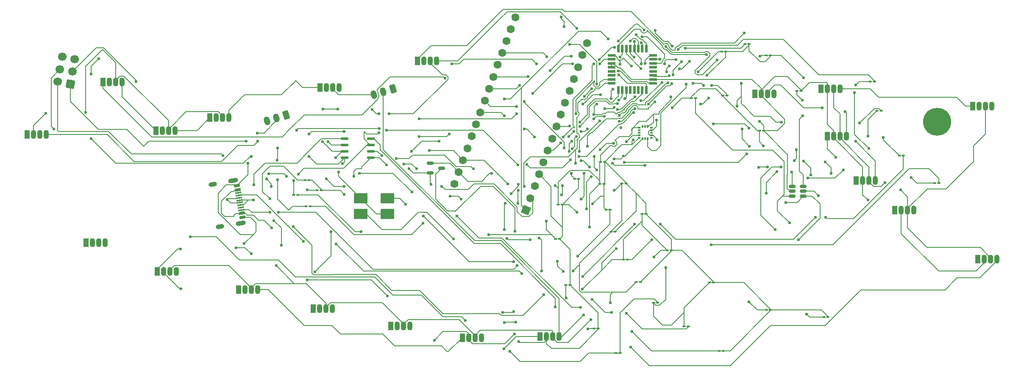
<source format=gbr>
%TF.GenerationSoftware,KiCad,Pcbnew,9.0.6*%
%TF.CreationDate,2025-11-25T23:45:00-06:00*%
%TF.ProjectId,1745LightUpBoard,31373435-4c69-4676-9874-5570426f6172,rev?*%
%TF.SameCoordinates,Original*%
%TF.FileFunction,Copper,L1,Top*%
%TF.FilePolarity,Positive*%
%FSLAX46Y46*%
G04 Gerber Fmt 4.6, Leading zero omitted, Abs format (unit mm)*
G04 Created by KiCad (PCBNEW 9.0.6) date 2025-11-25 23:45:00*
%MOMM*%
%LPD*%
G01*
G04 APERTURE LIST*
G04 Aperture macros list*
%AMRoundRect*
0 Rectangle with rounded corners*
0 $1 Rounding radius*
0 $2 $3 $4 $5 $6 $7 $8 $9 X,Y pos of 4 corners*
0 Add a 4 corners polygon primitive as box body*
4,1,4,$2,$3,$4,$5,$6,$7,$8,$9,$2,$3,0*
0 Add four circle primitives for the rounded corners*
1,1,$1+$1,$2,$3*
1,1,$1+$1,$4,$5*
1,1,$1+$1,$6,$7*
1,1,$1+$1,$8,$9*
0 Add four rect primitives between the rounded corners*
20,1,$1+$1,$2,$3,$4,$5,0*
20,1,$1+$1,$4,$5,$6,$7,0*
20,1,$1+$1,$6,$7,$8,$9,0*
20,1,$1+$1,$8,$9,$2,$3,0*%
%AMHorizOval*
0 Thick line with rounded ends*
0 $1 width*
0 $2 $3 position (X,Y) of the first rounded end (center of the circle)*
0 $4 $5 position (X,Y) of the second rounded end (center of the circle)*
0 Add line between two ends*
20,1,$1,$2,$3,$4,$5,0*
0 Add two circle primitives to create the rounded ends*
1,1,$1,$2,$3*
1,1,$1,$4,$5*%
%AMRotRect*
0 Rectangle, with rotation*
0 The origin of the aperture is its center*
0 $1 length*
0 $2 width*
0 $3 Rotation angle, in degrees counterclockwise*
0 Add horizontal line*
21,1,$1,$2,0,0,$3*%
G04 Aperture macros list end*
%TA.AperFunction,ComponentPad*%
%ADD10C,5.600000*%
%TD*%
%TA.AperFunction,SMDPad,CuDef*%
%ADD11RoundRect,0.100000X-0.217500X-0.100000X0.217500X-0.100000X0.217500X0.100000X-0.217500X0.100000X0*%
%TD*%
%TA.AperFunction,ComponentPad*%
%ADD12R,1.070000X1.800000*%
%TD*%
%TA.AperFunction,ComponentPad*%
%ADD13O,1.070000X1.800000*%
%TD*%
%TA.AperFunction,SMDPad,CuDef*%
%ADD14RoundRect,0.087500X-0.187500X-0.087500X0.187500X-0.087500X0.187500X0.087500X-0.187500X0.087500X0*%
%TD*%
%TA.AperFunction,SMDPad,CuDef*%
%ADD15RoundRect,0.087500X-0.087500X-0.187500X0.087500X-0.187500X0.087500X0.187500X-0.087500X0.187500X0*%
%TD*%
%TA.AperFunction,SMDPad,CuDef*%
%ADD16RoundRect,0.250001X-1.099999X-0.799999X1.099999X-0.799999X1.099999X0.799999X-1.099999X0.799999X0*%
%TD*%
%TA.AperFunction,ComponentPad*%
%ADD17RotRect,1.600000X1.600000X160.000000*%
%TD*%
%TA.AperFunction,ComponentPad*%
%ADD18HorizOval,1.600000X0.000000X0.000000X0.000000X0.000000X0*%
%TD*%
%TA.AperFunction,SMDPad,CuDef*%
%ADD19RoundRect,0.137500X-0.612500X-0.137500X0.612500X-0.137500X0.612500X0.137500X-0.612500X0.137500X0*%
%TD*%
%TA.AperFunction,SMDPad,CuDef*%
%ADD20RoundRect,0.068750X-0.666250X-0.206250X0.666250X-0.206250X0.666250X0.206250X-0.666250X0.206250X0*%
%TD*%
%TA.AperFunction,SMDPad,CuDef*%
%ADD21RoundRect,0.068750X-0.206250X-0.666250X0.206250X-0.666250X0.206250X0.666250X-0.206250X0.666250X0*%
%TD*%
%TA.AperFunction,ComponentPad*%
%ADD22RoundRect,0.250000X0.151974X0.700021X-0.517439X0.495360X-0.151974X-0.700021X0.517439X-0.495360X0*%
%TD*%
%TA.AperFunction,ComponentPad*%
%ADD23HorizOval,1.200000X-0.080402X0.262984X0.080402X-0.262984X0*%
%TD*%
%TA.AperFunction,ComponentPad*%
%ADD24RoundRect,0.250000X0.695074X0.486696X-0.486696X0.695074X-0.695074X-0.486696X0.486696X-0.695074X0*%
%TD*%
%TA.AperFunction,ComponentPad*%
%ADD25C,1.700000*%
%TD*%
%TA.AperFunction,SMDPad,CuDef*%
%ADD26RoundRect,0.150000X-0.512500X-0.150000X0.512500X-0.150000X0.512500X0.150000X-0.512500X0.150000X0*%
%TD*%
%TA.AperFunction,SMDPad,CuDef*%
%ADD27RotRect,0.600000X1.160000X280.000000*%
%TD*%
%TA.AperFunction,SMDPad,CuDef*%
%ADD28RotRect,0.300000X1.160000X100.000000*%
%TD*%
%TA.AperFunction,HeatsinkPad*%
%ADD29HorizOval,0.900000X0.541644X0.095506X-0.541644X-0.095506X0*%
%TD*%
%TA.AperFunction,HeatsinkPad*%
%ADD30HorizOval,0.900000X0.393923X0.069459X-0.393923X-0.069459X0*%
%TD*%
%TA.AperFunction,ViaPad*%
%ADD31C,0.600000*%
%TD*%
%TA.AperFunction,Conductor*%
%ADD32C,0.200000*%
%TD*%
G04 APERTURE END LIST*
D10*
%TO.P,REF\u002A\u002A,1*%
%TO.N,N/C*%
X232980000Y-70540000D03*
%TD*%
D11*
%TO.P,C11,1*%
%TO.N,VBUS*%
X198835000Y-108260000D03*
%TO.P,C11,2*%
%TO.N,GND*%
X199650000Y-108260000D03*
%TD*%
%TO.P,C12,1*%
%TO.N,+BATT*%
X210355000Y-109720000D03*
%TO.P,C12,2*%
%TO.N,GND*%
X211170000Y-109720000D03*
%TD*%
%TO.P,C9,1*%
%TO.N,VCC*%
X179045000Y-96310000D03*
%TO.P,C9,2*%
%TO.N,GND*%
X179860000Y-96310000D03*
%TD*%
%TO.P,C7,1*%
%TO.N,/RESET*%
X168797500Y-116880000D03*
%TO.P,C7,2*%
X169612500Y-116880000D03*
%TD*%
D12*
%TO.P,D15,1,DOUT*%
%TO.N,Net-(D15-DOUT)*%
X66330000Y-62600000D03*
D13*
%TO.P,D15,2,GND*%
%TO.N,GND*%
X67600000Y-62600000D03*
%TO.P,D15,3,VDD*%
%TO.N,Vdrive*%
X68870000Y-62600000D03*
%TO.P,D15,4,DIN*%
%TO.N,Net-(D15-DIN)*%
X70140000Y-62600000D03*
%TD*%
D14*
%TO.P,U3,1,VDD_IO*%
%TO.N,VCC*%
X173435000Y-71755000D03*
%TO.P,U3,2,NC*%
%TO.N,unconnected-(U3-NC-Pad2)*%
X173435000Y-72255000D03*
%TO.P,U3,3,NC*%
%TO.N,unconnected-(U3-NC-Pad3)*%
X173435000Y-72755000D03*
%TO.P,U3,4,SPC*%
%TO.N,A5*%
X173435000Y-73255000D03*
%TO.P,U3,5,GND*%
%TO.N,GND*%
X173435000Y-73755000D03*
D15*
%TO.P,U3,6,SDI*%
%TO.N,A4*%
X174160000Y-73980000D03*
%TO.P,U3,7,SDO*%
%TO.N,unconnected-(U3-SDO-Pad7)*%
X174660000Y-73980000D03*
%TO.P,U3,8,CS*%
%TO.N,Net-(U3-CS)*%
X175160000Y-73980000D03*
D14*
%TO.P,U3,9,INT2*%
%TO.N,unconnected-(U3-INT2-Pad9)*%
X175885000Y-73755000D03*
%TO.P,U3,10,GND*%
%TO.N,GND*%
X175885000Y-73255000D03*
%TO.P,U3,11,INT1*%
%TO.N,unconnected-(U3-INT1-Pad11)*%
X175885000Y-72755000D03*
%TO.P,U3,12,GND*%
%TO.N,GND*%
X175885000Y-72255000D03*
%TO.P,U3,13,ADC3*%
%TO.N,unconnected-(U3-ADC3-Pad13)*%
X175885000Y-71755000D03*
D15*
%TO.P,U3,14,VDD*%
%TO.N,VCC*%
X175160000Y-71530000D03*
%TO.P,U3,15,ADC2*%
%TO.N,unconnected-(U3-ADC2-Pad15)*%
X174660000Y-71530000D03*
%TO.P,U3,16,ADC1*%
%TO.N,unconnected-(U3-ADC1-Pad16)*%
X174160000Y-71530000D03*
%TD*%
D11*
%TO.P,R13,1*%
%TO.N,Net-(D7-DIN)*%
X219625000Y-62540000D03*
%TO.P,R13,2*%
%TO.N,D3*%
X220440000Y-62540000D03*
%TD*%
D12*
%TO.P,D7,1,DOUT*%
%TO.N,Net-(D7-DOUT)*%
X51190000Y-73150000D03*
D13*
%TO.P,D7,2,GND*%
%TO.N,GND*%
X52460000Y-73150000D03*
%TO.P,D7,3,VDD*%
%TO.N,Vdrive*%
X53730000Y-73150000D03*
%TO.P,D7,4,DIN*%
%TO.N,Net-(D7-DIN)*%
X55000000Y-73150000D03*
%TD*%
D12*
%TO.P,D8,1,DOUT*%
%TO.N,Net-(D10-DIN)*%
X153685000Y-113550000D03*
D13*
%TO.P,D8,2,GND*%
%TO.N,GND*%
X154955000Y-113550000D03*
%TO.P,D8,3,VDD*%
%TO.N,Vdrive*%
X156225000Y-113550000D03*
%TO.P,D8,4,DIN*%
%TO.N,Net-(D8-DIN)*%
X157495000Y-113550000D03*
%TD*%
D12*
%TO.P,D13,1,DOUT*%
%TO.N,Net-(D13-DOUT)*%
X77180000Y-100520000D03*
D13*
%TO.P,D13,2,GND*%
%TO.N,GND*%
X78450000Y-100520000D03*
%TO.P,D13,3,VDD*%
%TO.N,Vdrive*%
X79720000Y-100520000D03*
%TO.P,D13,4,DIN*%
%TO.N,Net-(D13-DIN)*%
X80990000Y-100520000D03*
%TD*%
D16*
%TO.P,Y1,1,1*%
%TO.N,Net-(U1-PB6)*%
X117830000Y-88990000D03*
%TO.P,Y1,2,2*%
%TO.N,GND*%
X123130000Y-88990000D03*
%TO.P,Y1,3,3*%
%TO.N,Net-(U1-PB7)*%
X123130000Y-85890000D03*
%TO.P,Y1,4,4*%
%TO.N,GND*%
X117830000Y-85890000D03*
%TD*%
D11*
%TO.P,D6,1,K*%
%TO.N,Vdrive*%
X106905000Y-87500000D03*
%TO.P,D6,2,A*%
%TO.N,VBUS*%
X107720000Y-87500000D03*
%TD*%
%TO.P,R2,1*%
%TO.N,Net-(J2-CC1)*%
X189450000Y-116480000D03*
%TO.P,R2,2*%
%TO.N,GND*%
X190265000Y-116480000D03*
%TD*%
D17*
%TO.P,A1,1,D1/TX*%
%TO.N,D1*%
X150855577Y-88253918D03*
D18*
%TO.P,A1,2,D0/RX*%
%TO.N,D0*%
X151724308Y-85867099D03*
%TO.P,A1,3,~{RESET}*%
%TO.N,/RESET*%
X152593040Y-83480278D03*
%TO.P,A1,4,GND*%
%TO.N,GND*%
X153461770Y-81093459D03*
%TO.P,A1,5,D2*%
%TO.N,D2*%
X154330501Y-78706640D03*
%TO.P,A1,6,D3*%
%TO.N,D3*%
X155199233Y-76319822D03*
%TO.P,A1,7,D4*%
%TO.N,D4*%
X156067964Y-73933002D03*
%TO.P,A1,8,D5*%
%TO.N,D5*%
X156936696Y-71546184D03*
%TO.P,A1,9,D6*%
%TO.N,D6*%
X157805426Y-69159365D03*
%TO.P,A1,10,D7*%
%TO.N,D7*%
X158674158Y-66772545D03*
%TO.P,A1,11,D8*%
%TO.N,D11*%
X159542889Y-64385724D03*
%TO.P,A1,12,D9*%
%TO.N,D12*%
X160411620Y-61998906D03*
%TO.P,A1,13,D10*%
%TO.N,D13*%
X161280349Y-59612087D03*
%TO.P,A1,14,D11*%
%TO.N,D14*%
X162149082Y-57225267D03*
%TO.P,A1,15,D12*%
%TO.N,D15*%
X163017813Y-54838447D03*
%TO.P,A1,16,D13*%
%TO.N,16*%
X148696898Y-49626061D03*
%TO.P,A1,17,3V3*%
%TO.N,VCC*%
X147828166Y-52012882D03*
%TO.P,A1,18,AREF*%
%TO.N,AREF*%
X146959436Y-54399699D03*
%TO.P,A1,19,A0*%
%TO.N,A0*%
X146090705Y-56786520D03*
%TO.P,A1,20,A1*%
%TO.N,A1*%
X145221975Y-59173339D03*
%TO.P,A1,21,A2*%
%TO.N,A2*%
X144353241Y-61560158D03*
%TO.P,A1,22,A3*%
%TO.N,A3*%
X143484511Y-63946977D03*
%TO.P,A1,23,A4*%
%TO.N,A4*%
X142615779Y-66333798D03*
%TO.P,A1,24,A5*%
%TO.N,A5*%
X141747049Y-68720615D03*
%TO.P,A1,25,A6*%
%TO.N,A6*%
X140878317Y-71107433D03*
%TO.P,A1,26,A7*%
%TO.N,A7*%
X140009587Y-73494254D03*
%TO.P,A1,27,+5V*%
%TO.N,VBUS*%
X139140855Y-75881073D03*
%TO.P,A1,28,~{RESET}*%
%TO.N,/RESET*%
X138272125Y-78267892D03*
%TO.P,A1,29,GND*%
%TO.N,GND*%
X137403392Y-80654711D03*
%TO.P,A1,30,VIN*%
%TO.N,unconnected-(A1-VIN-Pad30)*%
X136534661Y-83041531D03*
%TD*%
D12*
%TO.P,D26,1,DOUT*%
%TO.N,Net-(D25-DIN)*%
X240105000Y-67410000D03*
D13*
%TO.P,D26,2,GND*%
%TO.N,GND*%
X241375000Y-67410000D03*
%TO.P,D26,3,VDD*%
%TO.N,Vdrive*%
X242645000Y-67410000D03*
%TO.P,D26,4,DIN*%
%TO.N,Net-(D19-DOUT)*%
X243915000Y-67410000D03*
%TD*%
D11*
%TO.P,D3,1,K*%
%TO.N,D1*%
X104470000Y-85210000D03*
%TO.P,D3,2,A*%
%TO.N,Net-(D3-A)*%
X105285000Y-85210000D03*
%TD*%
D12*
%TO.P,D22,1,DOUT*%
%TO.N,Net-(D21-DIN)*%
X241120000Y-98090000D03*
D13*
%TO.P,D22,2,GND*%
%TO.N,GND*%
X242390000Y-98090000D03*
%TO.P,D22,3,VDD*%
%TO.N,Vdrive*%
X243660000Y-98090000D03*
%TO.P,D22,4,DIN*%
%TO.N,Net-(D13-DOUT)*%
X244930000Y-98090000D03*
%TD*%
D11*
%TO.P,C10,1*%
%TO.N,VCC*%
X187500000Y-102770000D03*
%TO.P,C10,2*%
%TO.N,GND*%
X188315000Y-102770000D03*
%TD*%
%TO.P,D5,1,K*%
%TO.N,Net-(D5-K)*%
X109122500Y-84310000D03*
%TO.P,D5,2,A*%
%TO.N,Net-(D4-A)*%
X109937500Y-84310000D03*
%TD*%
%TO.P,C8,1*%
%TO.N,VCC*%
X174012500Y-89040000D03*
%TO.P,C8,2*%
%TO.N,GND*%
X174827500Y-89040000D03*
%TD*%
%TO.P,C15,1*%
%TO.N,Vdrive*%
X167855000Y-92600000D03*
%TO.P,C15,2*%
%TO.N,GND*%
X168670000Y-92600000D03*
%TD*%
D12*
%TO.P,D23,1,DOUT*%
%TO.N,unconnected-(D23-DOUT-Pad1)*%
X216850000Y-82340000D03*
D13*
%TO.P,D23,2,GND*%
%TO.N,GND*%
X218120000Y-82340000D03*
%TO.P,D23,3,VDD*%
%TO.N,Vdrive*%
X219390000Y-82340000D03*
%TO.P,D23,4,DIN*%
%TO.N,Net-(D23-DIN)*%
X220660000Y-82340000D03*
%TD*%
D12*
%TO.P,D20,1,DOUT*%
%TO.N,Net-(D19-DIN)*%
X196550000Y-64980000D03*
D13*
%TO.P,D20,2,GND*%
%TO.N,GND*%
X197820000Y-64980000D03*
%TO.P,D20,3,VDD*%
%TO.N,Vdrive*%
X199090000Y-64980000D03*
%TO.P,D20,4,DIN*%
%TO.N,Net-(D20-DIN)*%
X200360000Y-64980000D03*
%TD*%
D11*
%TO.P,R10,1*%
%TO.N,VBUS*%
X183912500Y-65820000D03*
%TO.P,R10,2*%
%TO.N,+BATT*%
X184727500Y-65820000D03*
%TD*%
%TO.P,R1,1*%
%TO.N,VCC*%
X176322500Y-106850000D03*
%TO.P,R1,2*%
%TO.N,/RESET*%
X177137500Y-106850000D03*
%TD*%
%TO.P,C5,1*%
%TO.N,VCC*%
X158837500Y-103250000D03*
%TO.P,C5,2*%
%TO.N,GND*%
X159652500Y-103250000D03*
%TD*%
D19*
%TO.P,U2,1,UD+*%
%TO.N,/UD+*%
X114590000Y-73950000D03*
%TO.P,U2,2,UD-*%
%TO.N,/UD-*%
X114590000Y-75220000D03*
%TO.P,U2,3,GND*%
%TO.N,GND*%
X114590000Y-76490000D03*
%TO.P,U2,4,~{RTS}*%
%TO.N,/RESET*%
X114590000Y-77760000D03*
%TO.P,U2,5,VCC*%
%TO.N,VCC*%
X119890000Y-77760000D03*
%TO.P,U2,6,TXD*%
%TO.N,D0*%
X119890000Y-76490000D03*
%TO.P,U2,7,RXD*%
%TO.N,D1*%
X119890000Y-75220000D03*
%TO.P,U2,8,V3*%
%TO.N,Net-(U2-V3)*%
X119890000Y-73950000D03*
%TD*%
D11*
%TO.P,R11,1*%
%TO.N,VBUS*%
X190152500Y-65300000D03*
%TO.P,R11,2*%
%TO.N,Net-(D4-A)*%
X190967500Y-65300000D03*
%TD*%
%TO.P,C3,1*%
%TO.N,VCC*%
X157320000Y-87160000D03*
%TO.P,C3,2*%
%TO.N,GND*%
X158135000Y-87160000D03*
%TD*%
D12*
%TO.P,D25,1,DOUT*%
%TO.N,unconnected-(D25-DOUT-Pad1)*%
X209770000Y-63950000D03*
D13*
%TO.P,D25,2,GND*%
%TO.N,GND*%
X211040000Y-63950000D03*
%TO.P,D25,3,VDD*%
%TO.N,Vdrive*%
X212310000Y-63950000D03*
%TO.P,D25,4,DIN*%
%TO.N,Net-(D25-DIN)*%
X213580000Y-63950000D03*
%TD*%
D11*
%TO.P,R6,1*%
%TO.N,Net-(U3-CS)*%
X189935000Y-56510000D03*
%TO.P,R6,2*%
%TO.N,VCC*%
X190750000Y-56510000D03*
%TD*%
D12*
%TO.P,D21,1,DOUT*%
%TO.N,Net-(D20-DIN)*%
X224535000Y-88300000D03*
D13*
%TO.P,D21,2,GND*%
%TO.N,GND*%
X225805000Y-88300000D03*
%TO.P,D21,3,VDD*%
%TO.N,Vdrive*%
X227075000Y-88300000D03*
%TO.P,D21,4,DIN*%
%TO.N,Net-(D21-DIN)*%
X228345000Y-88300000D03*
%TD*%
D12*
%TO.P,D11,1,DOUT*%
%TO.N,Net-(D11-DOUT)*%
X108325000Y-108010000D03*
D13*
%TO.P,D11,2,GND*%
%TO.N,GND*%
X109595000Y-108010000D03*
%TO.P,D11,3,VDD*%
%TO.N,Vdrive*%
X110865000Y-108010000D03*
%TO.P,D11,4,DIN*%
%TO.N,Net-(D11-DIN)*%
X112135000Y-108010000D03*
%TD*%
D11*
%TO.P,R8,1*%
%TO.N,A4*%
X198835000Y-57320000D03*
%TO.P,R8,2*%
%TO.N,VCC*%
X199650000Y-57320000D03*
%TD*%
%TO.P,R3,1*%
%TO.N,GND*%
X166845000Y-88220000D03*
%TO.P,R3,2*%
%TO.N,Net-(J2-CC2)*%
X167660000Y-88220000D03*
%TD*%
%TO.P,R5,1*%
%TO.N,VCC*%
X182440000Y-111560000D03*
%TO.P,R5,2*%
%TO.N,Net-(D3-A)*%
X183255000Y-111560000D03*
%TD*%
%TO.P,C2,1*%
%TO.N,Net-(U1-PB7)*%
X160575000Y-82020000D03*
%TO.P,C2,2*%
%TO.N,GND*%
X161390000Y-82020000D03*
%TD*%
%TO.P,C14,1*%
%TO.N,Vdrive*%
X170020000Y-82900000D03*
%TO.P,C14,2*%
%TO.N,GND*%
X170835000Y-82900000D03*
%TD*%
%TO.P,D4,1,K*%
%TO.N,Net-(D4-K)*%
X106707500Y-82260000D03*
%TO.P,D4,2,A*%
%TO.N,Net-(D4-A)*%
X107522500Y-82260000D03*
%TD*%
D20*
%TO.P,U1,1,PD3*%
%TO.N,D3*%
X167920000Y-57280000D03*
%TO.P,U1,2,PD4*%
%TO.N,D4*%
X167920000Y-58080000D03*
%TO.P,U1,3,GND*%
%TO.N,GND*%
X167920000Y-58880000D03*
%TO.P,U1,4,VCC*%
X167920000Y-59680000D03*
%TO.P,U1,5,GND__1*%
%TO.N,unconnected-(U1-GND__1-Pad5)*%
X167920000Y-60480000D03*
%TO.P,U1,6,VCC__1*%
%TO.N,unconnected-(U1-VCC__1-Pad6)*%
X167920000Y-61280000D03*
%TO.P,U1,7,PB6*%
%TO.N,Net-(U1-PB6)*%
X167920000Y-62080000D03*
%TO.P,U1,8,PB7*%
%TO.N,Net-(U1-PB7)*%
X167920000Y-62880000D03*
D21*
%TO.P,U1,9,PD5*%
%TO.N,D5*%
X169290000Y-64250000D03*
%TO.P,U1,10,PD6*%
%TO.N,D6*%
X170090000Y-64250000D03*
%TO.P,U1,11,PD7*%
%TO.N,D7*%
X170890000Y-64250000D03*
%TO.P,U1,12,PB0*%
%TO.N,D8*%
X171690000Y-64250000D03*
%TO.P,U1,13,PB1*%
%TO.N,D9*%
X172490000Y-64250000D03*
%TO.P,U1,14,PB2*%
%TO.N,D10*%
X173290000Y-64250000D03*
%TO.P,U1,15,PB3*%
%TO.N,D11*%
X174090000Y-64250000D03*
%TO.P,U1,16,PB4*%
%TO.N,D12*%
X174890000Y-64250000D03*
D20*
%TO.P,U1,17,PB5*%
%TO.N,D13*%
X176260000Y-62880000D03*
%TO.P,U1,18,AVCC*%
%TO.N,GND*%
X176260000Y-62080000D03*
%TO.P,U1,19,ADC6*%
%TO.N,A6*%
X176260000Y-61280000D03*
%TO.P,U1,20,AREF*%
%TO.N,unconnected-(U1-AREF-Pad20)*%
X176260000Y-60480000D03*
%TO.P,U1,21,GND__2*%
%TO.N,unconnected-(U1-GND__2-Pad21)*%
X176260000Y-59680000D03*
%TO.P,U1,22,ADC7*%
%TO.N,A7*%
X176260000Y-58880000D03*
%TO.P,U1,23,PC0*%
%TO.N,A0*%
X176260000Y-58080000D03*
%TO.P,U1,24,PC1*%
%TO.N,A1*%
X176260000Y-57280000D03*
D21*
%TO.P,U1,25,PC2*%
%TO.N,A2*%
X174890000Y-55910000D03*
%TO.P,U1,26,PC3*%
%TO.N,A3*%
X174090000Y-55910000D03*
%TO.P,U1,27,PC4*%
%TO.N,A4*%
X173290000Y-55910000D03*
%TO.P,U1,28,PC5*%
%TO.N,A5*%
X172490000Y-55910000D03*
%TO.P,U1,29,PC6/~{RESET}*%
%TO.N,/RESET*%
X171690000Y-55910000D03*
%TO.P,U1,30,PD0*%
%TO.N,D0*%
X170890000Y-55910000D03*
%TO.P,U1,31,PD1*%
%TO.N,D1*%
X170090000Y-55910000D03*
%TO.P,U1,32,PD2*%
%TO.N,D2*%
X169290000Y-55910000D03*
%TD*%
D22*
%TO.P,J3,1,Pin_1*%
%TO.N,GND*%
X102938920Y-69228203D03*
D23*
%TO.P,J3,2,Pin_2*%
%TO.N,Net-(D7-DIN)*%
X101026310Y-69812945D03*
%TO.P,J3,3,Pin_3*%
%TO.N,Vdrive*%
X99113701Y-70397689D03*
%TD*%
D12*
%TO.P,D16,1,DOUT*%
%TO.N,Net-(D15-DIN)*%
X76900000Y-72380000D03*
D13*
%TO.P,D16,2,GND*%
%TO.N,GND*%
X78170000Y-72380000D03*
%TO.P,D16,3,VDD*%
%TO.N,Vdrive*%
X79440000Y-72380000D03*
%TO.P,D16,4,DIN*%
%TO.N,Net-(D16-DIN)*%
X80710000Y-72380000D03*
%TD*%
D12*
%TO.P,D18,1,DOUT*%
%TO.N,Net-(D17-DIN)*%
X109705000Y-63750000D03*
D13*
%TO.P,D18,2,GND*%
%TO.N,GND*%
X110975000Y-63750000D03*
%TO.P,D18,3,VDD*%
%TO.N,Vdrive*%
X112245000Y-63750000D03*
%TO.P,D18,4,DIN*%
%TO.N,Net-(D11-DOUT)*%
X113515000Y-63750000D03*
%TD*%
D11*
%TO.P,R4,1*%
%TO.N,VCC*%
X170295000Y-98170000D03*
%TO.P,R4,2*%
%TO.N,Net-(D2-A)*%
X171110000Y-98170000D03*
%TD*%
D12*
%TO.P,D12,1,DOUT*%
%TO.N,Net-(D11-DIN)*%
X93480000Y-104190000D03*
D13*
%TO.P,D12,2,GND*%
%TO.N,GND*%
X94750000Y-104190000D03*
%TO.P,D12,3,VDD*%
%TO.N,Vdrive*%
X96020000Y-104190000D03*
%TO.P,D12,4,DIN*%
%TO.N,Net-(D12-DIN)*%
X97290000Y-104190000D03*
%TD*%
D11*
%TO.P,D1,1,K*%
%TO.N,VCC*%
X225422500Y-77390000D03*
%TO.P,D1,2,A*%
%TO.N,/USB_P*%
X226237500Y-77390000D03*
%TD*%
%TO.P,R9,1*%
%TO.N,Net-(U4-PROG)*%
X204962500Y-64410000D03*
%TO.P,R9,2*%
%TO.N,GND*%
X205777500Y-64410000D03*
%TD*%
D24*
%TO.P,J1,1,Pin_1*%
%TO.N,D12*%
X59818646Y-63005559D03*
D25*
%TO.P,J1,2,Pin_2*%
%TO.N,VCC*%
X57317234Y-62564492D03*
%TO.P,J1,3,Pin_3*%
%TO.N,D13*%
X60259713Y-60504147D03*
%TO.P,J1,4,Pin_4*%
%TO.N,D11*%
X57758302Y-60063081D03*
%TO.P,J1,5,Pin_5*%
%TO.N,/RESET*%
X60700778Y-58002735D03*
%TO.P,J1,6,Pin_6*%
%TO.N,GND*%
X58199368Y-57561667D03*
%TD*%
D11*
%TO.P,C13,1*%
%TO.N,VCC*%
X165595000Y-83030000D03*
%TO.P,C13,2*%
%TO.N,GND*%
X166410000Y-83030000D03*
%TD*%
D12*
%TO.P,D10,1,DOUT*%
%TO.N,Net-(D10-DOUT)*%
X123875000Y-111430000D03*
D13*
%TO.P,D10,2,GND*%
%TO.N,GND*%
X125145000Y-111430000D03*
%TO.P,D10,3,VDD*%
%TO.N,Vdrive*%
X126415000Y-111430000D03*
%TO.P,D10,4,DIN*%
%TO.N,Net-(D10-DIN)*%
X127685000Y-111430000D03*
%TD*%
D12*
%TO.P,D14,1,DOUT*%
%TO.N,Net-(D13-DIN)*%
X62955000Y-94820000D03*
D13*
%TO.P,D14,2,GND*%
%TO.N,GND*%
X64225000Y-94820000D03*
%TO.P,D14,3,VDD*%
%TO.N,Vdrive*%
X65495000Y-94820000D03*
%TO.P,D14,4,DIN*%
%TO.N,Net-(D10-DOUT)*%
X66765000Y-94820000D03*
%TD*%
D11*
%TO.P,C16,1*%
%TO.N,Vdrive*%
X172902500Y-102630000D03*
%TO.P,C16,2*%
%TO.N,GND*%
X173717500Y-102630000D03*
%TD*%
%TO.P,C6,1*%
%TO.N,Net-(U2-V3)*%
X164450000Y-111960000D03*
%TO.P,C6,2*%
%TO.N,GND*%
X165265000Y-111960000D03*
%TD*%
D22*
%TO.P,J4,1,Pin_1*%
%TO.N,GND*%
X124277335Y-64008206D03*
D23*
%TO.P,J4,2,Pin_2*%
%TO.N,Net-(D8-DIN)*%
X122364725Y-64592948D03*
%TO.P,J4,3,Pin_3*%
%TO.N,Vdrive*%
X120452115Y-65177693D03*
%TD*%
D12*
%TO.P,D24,1,DOUT*%
%TO.N,Net-(D23-DIN)*%
X211020000Y-73460000D03*
D13*
%TO.P,D24,2,GND*%
%TO.N,GND*%
X212290000Y-73460000D03*
%TO.P,D24,3,VDD*%
%TO.N,Vdrive*%
X213560000Y-73460000D03*
%TO.P,D24,4,DIN*%
%TO.N,Net-(D15-DOUT)*%
X214830000Y-73460000D03*
%TD*%
D12*
%TO.P,D19,1,DOUT*%
%TO.N,Net-(D19-DOUT)*%
X129170000Y-58400000D03*
D13*
%TO.P,D19,2,GND*%
%TO.N,GND*%
X130440000Y-58400000D03*
%TO.P,D19,3,VDD*%
%TO.N,Vdrive*%
X131710000Y-58400000D03*
%TO.P,D19,4,DIN*%
%TO.N,Net-(D19-DIN)*%
X132980000Y-58400000D03*
%TD*%
D11*
%TO.P,C1,1*%
%TO.N,VCC*%
X165759079Y-78594068D03*
%TO.P,C1,2*%
%TO.N,GND*%
X166574079Y-78594068D03*
%TD*%
D12*
%TO.P,D9,1,DOUT*%
%TO.N,Net-(D12-DIN)*%
X138120000Y-113800000D03*
D13*
%TO.P,D9,2,GND*%
%TO.N,GND*%
X139390000Y-113800000D03*
%TO.P,D9,3,VDD*%
%TO.N,Vdrive*%
X140660000Y-113800000D03*
%TO.P,D9,4,DIN*%
%TO.N,Net-(D7-DOUT)*%
X141930000Y-113800000D03*
%TD*%
D26*
%TO.P,U5,1,GND*%
%TO.N,GND*%
X131740000Y-78910000D03*
%TO.P,U5,2,VO*%
%TO.N,VCC*%
X131740000Y-80810000D03*
%TO.P,U5,3,VI*%
%TO.N,Vdrive*%
X134015000Y-79860000D03*
%TD*%
D11*
%TO.P,R14,1*%
%TO.N,Net-(D8-DIN)*%
X220955000Y-68410000D03*
%TO.P,R14,2*%
%TO.N,D2*%
X221770000Y-68410000D03*
%TD*%
D12*
%TO.P,D17,1,DOUT*%
%TO.N,Net-(D16-DIN)*%
X87735000Y-69760000D03*
D13*
%TO.P,D17,2,GND*%
%TO.N,GND*%
X89005000Y-69760000D03*
%TO.P,D17,3,VDD*%
%TO.N,Vdrive*%
X90275000Y-69760000D03*
%TO.P,D17,4,DIN*%
%TO.N,Net-(D17-DIN)*%
X91545000Y-69760000D03*
%TD*%
D27*
%TO.P,J2,A1,GND*%
%TO.N,GND*%
X93120065Y-83380642D03*
%TO.P,J2,A4,VBUS*%
%TO.N,/USB_P*%
X93258984Y-84168488D03*
D28*
%TO.P,J2,A5,CC1*%
%TO.N,Net-(J2-CC1)*%
X93458679Y-85301017D03*
%TO.P,J2,A6,D+*%
%TO.N,/UD+*%
X93632327Y-86285825D03*
%TO.P,J2,A7,D-*%
%TO.N,/UD-*%
X93719152Y-86778229D03*
%TO.P,J2,A8,SBU1*%
%TO.N,unconnected-(J2-SBU1-PadA8)*%
X93892800Y-87763037D03*
D27*
%TO.P,J2,A9,VBUS*%
%TO.N,/USB_P*%
X94092495Y-88895566D03*
%TO.P,J2,A12,GND*%
%TO.N,GND*%
X94231414Y-89683412D03*
%TO.P,J2,B1,GND*%
X94231414Y-89683412D03*
%TO.P,J2,B4,VBUS*%
%TO.N,/USB_P*%
X94092495Y-88895566D03*
D28*
%TO.P,J2,B5,CC2*%
%TO.N,Net-(J2-CC2)*%
X93979624Y-88255441D03*
%TO.P,J2,B6,D+*%
%TO.N,/UD+*%
X93805976Y-87270633D03*
%TO.P,J2,B7,D-*%
%TO.N,/UD-*%
X93545503Y-85793421D03*
%TO.P,J2,B8,SBU2*%
%TO.N,unconnected-(J2-SBU2-PadB8)*%
X93371855Y-84808614D03*
D27*
%TO.P,J2,B9,VBUS*%
%TO.N,/USB_P*%
X93258984Y-84168488D03*
%TO.P,J2,B12,GND*%
%TO.N,GND*%
X93120065Y-83380642D03*
D29*
%TO.P,J2,S1,SHIELD*%
%TO.N,unconnected-(J2-SHIELD-PadS1)_3*%
X92354391Y-82378374D03*
D30*
%TO.N,unconnected-(J2-SHIELD-PadS1)*%
X88247743Y-83102486D03*
D29*
%TO.N,unconnected-(J2-SHIELD-PadS1)_1*%
X93854711Y-90887113D03*
D30*
%TO.N,unconnected-(J2-SHIELD-PadS1)_2*%
X89748063Y-91611225D03*
%TD*%
D11*
%TO.P,R7,1*%
%TO.N,A5*%
X194595000Y-55030000D03*
%TO.P,R7,2*%
%TO.N,VCC*%
X195410000Y-55030000D03*
%TD*%
%TO.P,D2,1,K*%
%TO.N,D0*%
X232505000Y-82870000D03*
%TO.P,D2,2,A*%
%TO.N,Net-(D2-A)*%
X233320000Y-82870000D03*
%TD*%
D26*
%TO.P,U4,1,~{CHRG}*%
%TO.N,Net-(D5-K)*%
X203985000Y-83550000D03*
%TO.P,U4,2,GND*%
%TO.N,GND*%
X203985000Y-84500000D03*
%TO.P,U4,3,BAT*%
%TO.N,+BATT*%
X203985000Y-85450000D03*
%TO.P,U4,4,V_{CC}*%
%TO.N,VBUS*%
X206260000Y-85450000D03*
%TO.P,U4,5,STDBY*%
%TO.N,Net-(D4-K)*%
X206260000Y-84500000D03*
%TO.P,U4,6,PROG*%
%TO.N,Net-(U4-PROG)*%
X206260000Y-83550000D03*
%TD*%
D11*
%TO.P,C4,1*%
%TO.N,Net-(U1-PB6)*%
X156757500Y-94040000D03*
%TO.P,C4,2*%
%TO.N,GND*%
X157572500Y-94040000D03*
%TD*%
%TO.P,R12,1*%
%TO.N,VBUS*%
X197502500Y-72350000D03*
%TO.P,R12,2*%
%TO.N,GND*%
X198317500Y-72350000D03*
%TD*%
D31*
%TO.N,GND*%
X149390000Y-114630000D03*
X148565182Y-113081478D03*
%TO.N,A2*%
X159930000Y-57450000D03*
X151300000Y-61550000D03*
X172883835Y-53122420D03*
X155640000Y-60360000D03*
%TO.N,A3*%
X149600000Y-63290000D03*
X152190000Y-64930000D03*
X173890000Y-54780000D03*
X165470000Y-58140000D03*
X168515000Y-55636472D03*
X160132966Y-59000927D03*
%TO.N,D3*%
X169640000Y-59090000D03*
X168190000Y-64090000D03*
X167890000Y-65940000D03*
%TO.N,D7*%
X170610235Y-65905000D03*
X162170000Y-66997000D03*
X165760000Y-65180000D03*
%TO.N,D6*%
X169382410Y-66214258D03*
X168441916Y-67730351D03*
X166585735Y-67934265D03*
%TO.N,D5*%
X161600000Y-70651472D03*
X159580000Y-71460000D03*
%TO.N,D4*%
X158305996Y-73624004D03*
X165600000Y-59012087D03*
X164380000Y-59012087D03*
%TO.N,D1*%
X169630000Y-57600000D03*
X146500000Y-66000000D03*
X129500000Y-73500000D03*
X105350000Y-81040000D03*
X104470735Y-82359265D03*
X167280000Y-53970000D03*
X135500000Y-73000000D03*
X121458480Y-72749117D03*
%TO.N,GND*%
X143990000Y-80890000D03*
X110230000Y-74560000D03*
X95350000Y-78830000D03*
X113450000Y-80660000D03*
X160980000Y-88720000D03*
X94590000Y-94960000D03*
X176990000Y-74180000D03*
X176930000Y-70240000D03*
X219180000Y-86240000D03*
X195360000Y-71840000D03*
X54960000Y-68840000D03*
X132530000Y-114350000D03*
X188260000Y-70990000D03*
X81900000Y-104000000D03*
X197480000Y-70520000D03*
X164140000Y-87020000D03*
X112800000Y-77800000D03*
X172280000Y-74200000D03*
%TO.N,D11*%
X112950735Y-95049265D03*
X163930735Y-81569265D03*
X162940000Y-88000000D03*
X164500000Y-77500000D03*
X164400000Y-69151470D03*
X56500000Y-72000000D03*
X165000000Y-67000000D03*
X164995000Y-80240000D03*
X150000000Y-101000000D03*
X154000000Y-100500000D03*
X153500000Y-93820000D03*
%TO.N,A0*%
X165000000Y-63000000D03*
X178000000Y-62680000D03*
X179500000Y-59400000D03*
X155000000Y-57500000D03*
X177618125Y-58044489D03*
X172613235Y-65613235D03*
X173796470Y-66355000D03*
X169147725Y-68106964D03*
X179000000Y-60600000D03*
X159549265Y-55049265D03*
%TO.N,A1*%
X157900735Y-49599265D03*
X158500000Y-51500000D03*
X176679265Y-52320735D03*
X181500000Y-60000000D03*
X180099712Y-55405553D03*
X183500000Y-58500000D03*
X174674924Y-58910000D03*
%TO.N,/RESET*%
X64000000Y-74000000D03*
X147610000Y-116540000D03*
X172410000Y-57610000D03*
X65500000Y-58000000D03*
X131560000Y-76350000D03*
X64000000Y-61000000D03*
X117540000Y-80870000D03*
X114230000Y-78950000D03*
X107500000Y-77500000D03*
X147190000Y-83020000D03*
X96000000Y-77500000D03*
X128080000Y-84670000D03*
%TO.N,D3*%
X160400000Y-72500000D03*
X157796795Y-74823555D03*
X180840000Y-58100000D03*
X171901000Y-59410000D03*
X159400000Y-73500000D03*
X169800735Y-71800735D03*
X161600000Y-71500000D03*
X178500000Y-59000000D03*
X169120000Y-66970000D03*
X181290000Y-56060000D03*
%TO.N,A4*%
X174439265Y-52220735D03*
X169300735Y-54410735D03*
X189030000Y-58200000D03*
X178804265Y-55525735D03*
X158500000Y-75818822D03*
X161900000Y-72500000D03*
X168500000Y-78000000D03*
X160900000Y-73500000D03*
X163100000Y-72000000D03*
X160100000Y-75951473D03*
X171701518Y-54364717D03*
X197570000Y-57450000D03*
X149000000Y-67500000D03*
X170340000Y-77440000D03*
X150550000Y-66500000D03*
%TO.N,A5*%
X180000000Y-62920000D03*
X165600000Y-70391530D03*
X165685001Y-76185000D03*
X182720000Y-55870000D03*
X170900000Y-74580000D03*
X146500000Y-69400000D03*
X173880000Y-59000000D03*
X175310000Y-67020000D03*
X181960000Y-58530000D03*
X150550000Y-72000000D03*
X168402309Y-74902309D03*
X172490000Y-54500000D03*
X152584265Y-73584265D03*
X161500000Y-76500000D03*
X180230000Y-61210000D03*
%TO.N,VCC*%
X179790000Y-65610000D03*
X206280000Y-61780000D03*
X149350000Y-83080000D03*
X90360735Y-77360735D03*
X99500000Y-81000000D03*
X127450000Y-79960000D03*
X222270000Y-73720000D03*
X146550000Y-92130000D03*
X111000000Y-82000000D03*
X114500000Y-83500000D03*
X146710000Y-86910000D03*
X137900000Y-86070000D03*
X133500000Y-74500000D03*
X135690000Y-85510000D03*
X128000000Y-76500000D03*
X163540000Y-91620000D03*
X158900000Y-105840000D03*
X168910000Y-95970000D03*
X178780000Y-99820000D03*
X131890000Y-83080000D03*
X156700000Y-83320000D03*
X147870000Y-84940000D03*
X116500000Y-81500000D03*
X103000000Y-81500000D03*
X176400000Y-97650000D03*
X162130000Y-104120000D03*
X122980000Y-79180000D03*
X187050000Y-61280000D03*
%TO.N,VBUS*%
X202730000Y-86710000D03*
X180050000Y-67770000D03*
X198300000Y-75380000D03*
X205290000Y-94190000D03*
X169500000Y-70500000D03*
X195430000Y-106610000D03*
X172580000Y-67910000D03*
X130250000Y-90930000D03*
%TO.N,D12*%
X129500000Y-70000000D03*
X169388755Y-61173820D03*
X114500000Y-72560000D03*
X107500000Y-73000000D03*
X95000000Y-74500000D03*
X149000000Y-69000000D03*
%TO.N,D13*%
X73000000Y-62500000D03*
X153000000Y-59000000D03*
X136000000Y-59000000D03*
X169297225Y-60379071D03*
%TO.N,D0*%
X134000000Y-83500000D03*
X227820000Y-81730000D03*
X129000000Y-80000000D03*
X184180000Y-62880000D03*
X211790000Y-80880000D03*
X122037207Y-77355735D03*
X158120000Y-83400000D03*
X163100000Y-75500000D03*
X176589265Y-66589265D03*
X210630000Y-78640000D03*
X204460000Y-78360000D03*
X157970000Y-85240000D03*
X204880000Y-76161472D03*
X126500000Y-79000000D03*
X186320000Y-63310000D03*
X173830000Y-59890000D03*
%TO.N,A6*%
X162500000Y-65500000D03*
X179448256Y-61379944D03*
X164000000Y-64000000D03*
X169500000Y-69299000D03*
X179213767Y-62772207D03*
%TO.N,D2*%
X195000000Y-77000000D03*
X170500000Y-78710000D03*
X201940000Y-70630000D03*
X193044265Y-67455735D03*
X160000000Y-74500000D03*
X164400000Y-70000000D03*
X194000000Y-72000000D03*
X186960000Y-57150000D03*
X166495764Y-69495764D03*
X195500000Y-75500000D03*
X193900000Y-62910000D03*
X217500000Y-70830000D03*
X159500000Y-76500000D03*
%TO.N,A7*%
X174089113Y-53567643D03*
%TO.N,Net-(U1-PB7)*%
X130400000Y-89470000D03*
X149350000Y-84320000D03*
X160760000Y-78910000D03*
X159874265Y-80944265D03*
X148400000Y-98610000D03*
X149260000Y-86940000D03*
X150550000Y-83543421D03*
X126810000Y-87070000D03*
%TO.N,Net-(U1-PB6)*%
X136360000Y-94020000D03*
X161850000Y-86110000D03*
X160820000Y-69000000D03*
X154910000Y-90450000D03*
X143380000Y-93220000D03*
X162460000Y-80930000D03*
%TO.N,Net-(U2-V3)*%
X156720000Y-107670000D03*
X163240000Y-112030000D03*
%TO.N,+BATT*%
X206870000Y-109090000D03*
X203490000Y-90850000D03*
%TO.N,Vdrive*%
X160260000Y-100450000D03*
X62870000Y-68730000D03*
X163820000Y-110190000D03*
X120097282Y-68097282D03*
X101970000Y-95310000D03*
X158280000Y-100540000D03*
X100480000Y-90350000D03*
X101220000Y-82190000D03*
X101260000Y-75800000D03*
X100980000Y-99390000D03*
X157160000Y-98530000D03*
X148690000Y-92520000D03*
X167690000Y-106810000D03*
X168430000Y-84300000D03*
X101180000Y-78240000D03*
X123500000Y-69000000D03*
X210000000Y-67790000D03*
X225680000Y-84220000D03*
X222560000Y-82780000D03*
X121500000Y-69000000D03*
%TO.N,/USB_P*%
X210700000Y-89670000D03*
X104340000Y-91550000D03*
X208720000Y-89690000D03*
X177693015Y-91056985D03*
X154400000Y-105190000D03*
X100060000Y-91810000D03*
X162170000Y-101550000D03*
X172566985Y-91026985D03*
%TO.N,Net-(D2-A)*%
X175980000Y-94230000D03*
X187850000Y-95220000D03*
%TO.N,Net-(D3-A)*%
X161770000Y-107780000D03*
X137090000Y-89440000D03*
X117920000Y-92610000D03*
X164060000Y-106150000D03*
X167930000Y-108780000D03*
X170940000Y-108960000D03*
%TO.N,Net-(D4-A)*%
X187900000Y-63290000D03*
X161480000Y-77520000D03*
X140330000Y-80010000D03*
X187320000Y-65800000D03*
X185720000Y-66990000D03*
X114530000Y-85100000D03*
X172329995Y-68691476D03*
X124984265Y-77955735D03*
%TO.N,Net-(D4-K)*%
X146160000Y-108720000D03*
X99680000Y-85990000D03*
X148400000Y-108600000D03*
X209270000Y-85380000D03*
%TO.N,Net-(D5-K)*%
X198820000Y-84850000D03*
X147010000Y-93951415D03*
X201010000Y-80540000D03*
X107130000Y-84220000D03*
X203970000Y-80690000D03*
X151740000Y-94220000D03*
%TO.N,Net-(D7-DIN)*%
X149240000Y-79180000D03*
X174610000Y-79310000D03*
X199105735Y-79615735D03*
X159760000Y-78190000D03*
X214250000Y-80190000D03*
X161850000Y-78340000D03*
X219320000Y-75950000D03*
X97210000Y-72820000D03*
X197350000Y-79710000D03*
X105060000Y-72230000D03*
X97240000Y-74510000D03*
X207190000Y-81840000D03*
X121590000Y-71960000D03*
X168100000Y-78870000D03*
X216500000Y-64720000D03*
X151000000Y-79140000D03*
X123040000Y-72250000D03*
X216750000Y-63220000D03*
X163590000Y-79640000D03*
%TO.N,Net-(D7-DOUT)*%
X83800000Y-93640000D03*
X138720000Y-110370000D03*
%TO.N,Net-(D10-DIN)*%
X146440000Y-116050000D03*
%TO.N,Net-(D8-DIN)*%
X201830000Y-79610000D03*
X219200000Y-73420000D03*
X162350000Y-109260000D03*
X200650000Y-92160000D03*
%TO.N,Net-(D11-DOUT)*%
X108720000Y-100600000D03*
X113270000Y-68060000D03*
X110270000Y-68010000D03*
X111890000Y-92570000D03*
%TO.N,Net-(D13-DOUT)*%
X123200000Y-105490000D03*
X171750000Y-115680000D03*
X92930000Y-95820000D03*
X81860000Y-96050000D03*
X107200000Y-102250000D03*
X95950000Y-97030000D03*
%TO.N,Net-(D15-DOUT)*%
X134660000Y-61850000D03*
X214620000Y-68530000D03*
%TO.N,Net-(D19-DOUT)*%
X194500000Y-52780000D03*
%TO.N,Net-(D19-DIN)*%
X160990000Y-51840000D03*
%TO.N,Net-(D20-DIN)*%
X206290000Y-78420000D03*
X207760000Y-81240000D03*
%TO.N,Net-(D23-DIN)*%
X216740000Y-74500000D03*
X212740000Y-77690000D03*
%TO.N,/UD+*%
X96380000Y-86210000D03*
X96520000Y-83220000D03*
%TO.N,Net-(J2-CC1)*%
X172000000Y-112580000D03*
X148810000Y-110700000D03*
X106400000Y-94550000D03*
X146550000Y-110820000D03*
%TO.N,/UD-*%
X111290000Y-74550000D03*
X91174265Y-86174265D03*
X100000000Y-83500000D03*
X99000000Y-82000000D03*
%TO.N,Net-(J2-CC2)*%
X149070000Y-99390000D03*
X161210000Y-97490000D03*
X99730735Y-88729265D03*
X101450000Y-88670000D03*
%TO.N,Net-(U3-CS)*%
X182830000Y-63070000D03*
X185270000Y-60570000D03*
%TO.N,Net-(U4-PROG)*%
X206020000Y-66220000D03*
X206140000Y-69430000D03*
%TD*%
D32*
%TO.N,/RESET*%
X168797500Y-116880000D02*
X169612500Y-116880000D01*
%TO.N,GND*%
X149511000Y-114751000D02*
X149390000Y-114630000D01*
X154521000Y-114751000D02*
X149511000Y-114751000D01*
X154955000Y-114317000D02*
X154521000Y-114751000D01*
X154955000Y-113550000D02*
X154955000Y-114317000D01*
X146645660Y-115001000D02*
X140226000Y-115001000D01*
X139390000Y-114165000D02*
X139390000Y-113800000D01*
X148565182Y-113081478D02*
X146645660Y-115001000D01*
X140226000Y-115001000D02*
X139390000Y-114165000D01*
%TO.N,Net-(D8-DIN)*%
X157495000Y-113550000D02*
X158060000Y-113550000D01*
%TO.N,Vdrive*%
X156225000Y-113550000D02*
X156225000Y-113827284D01*
X156225000Y-113827284D02*
X157148717Y-114751000D01*
X157148717Y-114751000D02*
X159259000Y-114751000D01*
X159259000Y-114751000D02*
X163820000Y-110190000D01*
%TO.N,A2*%
X155640000Y-60360000D02*
X158550000Y-57450000D01*
X173850527Y-54179000D02*
X174138943Y-54179000D01*
X158550000Y-57450000D02*
X159930000Y-57450000D01*
X172883835Y-53122420D02*
X172883835Y-53212308D01*
X151289842Y-61560158D02*
X151300000Y-61550000D01*
X144353241Y-61560158D02*
X151289842Y-61560158D01*
X172883835Y-53212308D02*
X173850527Y-54179000D01*
X174138943Y-54179000D02*
X174890000Y-54930057D01*
X174890000Y-54930057D02*
X174890000Y-55910000D01*
%TO.N,A3*%
X160132966Y-59000927D02*
X158119073Y-59000927D01*
X158119073Y-59000927D02*
X152190000Y-64930000D01*
X149600000Y-63290000D02*
X148943023Y-63946977D01*
X148943023Y-63946977D02*
X143484511Y-63946977D01*
X167973528Y-55636472D02*
X165470000Y-58140000D01*
X174090000Y-54980000D02*
X173890000Y-54780000D01*
X168515000Y-55636472D02*
X167973528Y-55636472D01*
X174090000Y-55910000D02*
X174090000Y-54980000D01*
%TO.N,A4*%
X169300735Y-54410735D02*
X172711470Y-51000000D01*
X172711470Y-51000000D02*
X173218530Y-51000000D01*
X173218530Y-51000000D02*
X174439265Y-52220735D01*
%TO.N,D3*%
X169640000Y-58459943D02*
X169381057Y-58201000D01*
X169640000Y-59090000D02*
X169640000Y-58459943D01*
X171901000Y-59410000D02*
X171830000Y-59410000D01*
X169878943Y-58201000D02*
X169381057Y-58201000D01*
X169029000Y-57581000D02*
X168956000Y-57581000D01*
X171830000Y-59410000D02*
X170231000Y-57811000D01*
X169029000Y-57848943D02*
X169029000Y-57581000D01*
X170231000Y-57811000D02*
X170231000Y-57848943D01*
X170231000Y-57848943D02*
X169878943Y-58201000D01*
X169381057Y-58201000D02*
X169029000Y-57848943D01*
X168956000Y-57581000D02*
X168655000Y-57280000D01*
X168655000Y-57280000D02*
X167920000Y-57280000D01*
%TO.N,GND*%
X176260000Y-62080000D02*
X171967100Y-62080000D01*
X171967100Y-62080000D02*
X169865171Y-59978071D01*
X169865171Y-59978071D02*
X169746168Y-59978071D01*
X169746168Y-59978071D02*
X169546168Y-59778071D01*
X169546168Y-59778071D02*
X169188071Y-59778071D01*
X169188071Y-59778071D02*
X168290000Y-58880000D01*
X168290000Y-58880000D02*
X167920000Y-58880000D01*
%TO.N,D13*%
X169297225Y-60379071D02*
X169699071Y-60379071D01*
X169699071Y-60379071D02*
X171820000Y-62500000D01*
X171820000Y-62500000D02*
X175000000Y-62500000D01*
X175000000Y-62500000D02*
X175380000Y-62880000D01*
X175380000Y-62880000D02*
X176260000Y-62880000D01*
%TO.N,D3*%
X167890000Y-64390000D02*
X168190000Y-64090000D01*
X167890000Y-65940000D02*
X167890000Y-64390000D01*
%TO.N,D7*%
X170610235Y-65905000D02*
X170755000Y-65905000D01*
X170755000Y-65905000D02*
X170890000Y-65770000D01*
X170890000Y-65770000D02*
X170890000Y-64250000D01*
%TO.N,D5*%
X161600000Y-70651472D02*
X163099000Y-69152472D01*
X164584957Y-65998000D02*
X166985100Y-65998000D01*
X163099000Y-69152472D02*
X163099000Y-67483957D01*
X163099000Y-67483957D02*
X164584957Y-65998000D01*
X166985100Y-65998000D02*
X167644306Y-66657206D01*
X167644306Y-66657206D02*
X168089519Y-66657206D01*
X169290000Y-65613258D02*
X169290000Y-64250000D01*
X168089519Y-66657206D02*
X169133467Y-65613258D01*
X169133467Y-65613258D02*
X169290000Y-65613258D01*
%TO.N,D3*%
X169120000Y-66970000D02*
X168494942Y-66970000D01*
X166819000Y-66399000D02*
X164751057Y-66399000D01*
X163500000Y-67650057D02*
X163500000Y-69600000D01*
X168494942Y-66970000D02*
X168406736Y-67058206D01*
X168406736Y-67058206D02*
X167478206Y-67058206D01*
X167478206Y-67058206D02*
X166819000Y-66399000D01*
X164751057Y-66399000D02*
X163500000Y-67650057D01*
X163500000Y-69600000D02*
X161600000Y-71500000D01*
%TO.N,D7*%
X165760000Y-65180000D02*
X164237043Y-65180000D01*
X162277000Y-66890000D02*
X162170000Y-66997000D01*
X164237043Y-65180000D02*
X162527043Y-66890000D01*
X162527043Y-66890000D02*
X162490000Y-66890000D01*
X162490000Y-66890000D02*
X162277000Y-66890000D01*
%TO.N,D6*%
X169382410Y-66214258D02*
X170090000Y-65506668D01*
X166585735Y-67934265D02*
X168238002Y-67934265D01*
X168238002Y-67934265D02*
X168441916Y-67730351D01*
X170090000Y-65506668D02*
X170090000Y-64250000D01*
%TO.N,D11*%
X169812729Y-68419171D02*
X170080829Y-68419171D01*
X164681430Y-69151470D02*
X164738136Y-69094764D01*
X168500000Y-68601000D02*
X168924029Y-69025029D01*
X168924029Y-69025029D02*
X169251057Y-68698000D01*
X166744707Y-68894764D02*
X166759972Y-68910028D01*
X167069000Y-68601000D02*
X168500000Y-68601000D01*
X164400000Y-69151470D02*
X164681430Y-69151470D01*
X171582752Y-66887476D02*
X171618381Y-66887476D01*
X166246821Y-68894764D02*
X166744707Y-68894764D01*
X164738136Y-69094764D02*
X166046821Y-69094764D01*
X169533900Y-68698000D02*
X169812729Y-68419171D01*
X169251057Y-68698000D02*
X169533900Y-68698000D01*
X166759972Y-68910028D02*
X167069000Y-68601000D01*
X170525995Y-68218857D02*
X170525995Y-67944233D01*
X166046821Y-69094764D02*
X166246821Y-68894764D01*
X170080829Y-68419171D02*
X170281143Y-68218857D01*
X170281143Y-68218857D02*
X170525995Y-68218857D01*
X170525995Y-67944233D02*
X171582752Y-66887476D01*
X171618381Y-66887476D02*
X171998857Y-66507000D01*
X172568000Y-66507000D02*
X174090000Y-64985000D01*
X171998857Y-66507000D02*
X172568000Y-66507000D01*
X174090000Y-64985000D02*
X174090000Y-64250000D01*
X164500000Y-69051470D02*
X164500000Y-67500000D01*
X164500000Y-67500000D02*
X165000000Y-67000000D01*
X164400000Y-69151470D02*
X164500000Y-69051470D01*
%TO.N,D5*%
X156936696Y-71546184D02*
X159493816Y-71546184D01*
X159493816Y-71546184D02*
X159580000Y-71460000D01*
%TO.N,D4*%
X164060000Y-59332087D02*
X164060000Y-62240000D01*
X167920000Y-58080000D02*
X166532087Y-58080000D01*
X160219000Y-71350000D02*
X160599000Y-71730000D01*
X160200000Y-71730000D02*
X158305996Y-73624004D01*
X160219000Y-66081000D02*
X160219000Y-71350000D01*
X164060000Y-62240000D02*
X160219000Y-66081000D01*
X166532087Y-58080000D02*
X165600000Y-59012087D01*
X160599000Y-71730000D02*
X160200000Y-71730000D01*
X164380000Y-59012087D02*
X164060000Y-59332087D01*
%TO.N,A0*%
X169147725Y-68106964D02*
X169557836Y-68106964D01*
X172120470Y-66106000D02*
X172613235Y-65613235D01*
X169557836Y-68106964D02*
X169646629Y-68018171D01*
X169646629Y-68018171D02*
X169914729Y-68018171D01*
X169914729Y-68018171D02*
X170115043Y-67817857D01*
X171452281Y-66486476D02*
X171832757Y-66106000D01*
X170115043Y-67817857D02*
X170124995Y-67817857D01*
X171416652Y-66486476D02*
X171452281Y-66486476D01*
X170124995Y-67817857D02*
X170124995Y-67778133D01*
X170124995Y-67778133D02*
X171416652Y-66486476D01*
X171832757Y-66106000D02*
X172120470Y-66106000D01*
%TO.N,D1*%
X106480000Y-79910000D02*
X114450001Y-79910000D01*
X119140001Y-75220000D02*
X119890000Y-75220000D01*
X135000000Y-73500000D02*
X135500000Y-73000000D01*
X118500000Y-72500000D02*
X119000000Y-73000000D01*
X104470000Y-82360000D02*
X104470735Y-82359265D01*
X121207597Y-73000000D02*
X121458480Y-72749117D01*
X114450001Y-79910000D02*
X119140001Y-75220000D01*
X161320000Y-52430000D02*
X149950000Y-63800000D01*
X149950000Y-63800000D02*
X149950000Y-87348341D01*
X149950000Y-87348341D02*
X150855577Y-88253918D01*
X129500000Y-73500000D02*
X135000000Y-73500000D01*
X119000000Y-73000000D02*
X121207597Y-73000000D01*
X146500000Y-66000000D02*
X147750000Y-66000000D01*
X104470000Y-85210000D02*
X104470000Y-82360000D01*
X118500000Y-74000000D02*
X118500000Y-72500000D01*
X105350000Y-81040000D02*
X106480000Y-79910000D01*
X170090000Y-57140000D02*
X169630000Y-57600000D01*
X170090000Y-55910000D02*
X170090000Y-57140000D01*
X119720000Y-75220000D02*
X118500000Y-74000000D01*
X119890000Y-75220000D02*
X119720000Y-75220000D01*
X167280000Y-53970000D02*
X165740000Y-52430000D01*
X147750000Y-66000000D02*
X149950000Y-63800000D01*
X165740000Y-52430000D02*
X161320000Y-52430000D01*
%TO.N,GND*%
X203110000Y-81130000D02*
X203021500Y-81218500D01*
X169987147Y-75181000D02*
X172009000Y-75181000D01*
X159652500Y-103250000D02*
X165265000Y-108862500D01*
X233300000Y-100470000D02*
X240777000Y-100470000D01*
X165265000Y-111960000D02*
X165265000Y-112159999D01*
X142025000Y-82480000D02*
X143615000Y-80890000D01*
X179860000Y-96310000D02*
X179860000Y-96487500D01*
X205777500Y-64410000D02*
X207500000Y-62687500D01*
X179860000Y-96310000D02*
X179860000Y-94072500D01*
X175885000Y-72255000D02*
X176211848Y-72255000D01*
X207500000Y-62680000D02*
X210870000Y-62680000D01*
X240777000Y-100470000D02*
X242390000Y-98857000D01*
X172009000Y-74471000D02*
X172280000Y-74200000D01*
X153461770Y-81101770D02*
X155850000Y-83490000D01*
X211170000Y-109520001D02*
X209909999Y-108260000D01*
X93770000Y-93170000D02*
X96380000Y-93170000D01*
X166574079Y-78594068D02*
X169987147Y-75181000D01*
X211040000Y-71110000D02*
X211040000Y-63950000D01*
X96960000Y-92590000D02*
X96960000Y-90820000D01*
X179860000Y-96487500D02*
X173717500Y-102630000D01*
X139228680Y-82480000D02*
X137403392Y-80654712D01*
X211040000Y-62850000D02*
X211040000Y-63950000D01*
X78450000Y-100797283D02*
X78450000Y-100520000D01*
X166574079Y-78594068D02*
X166574079Y-82865921D01*
X197820000Y-64980000D02*
X197820000Y-63880000D01*
X166410000Y-85440000D02*
X166410000Y-83030000D01*
X166574079Y-82865921D02*
X166410000Y-83030000D01*
X203630532Y-84500000D02*
X203985000Y-84500000D01*
X202541000Y-70066000D02*
X197820000Y-65345000D01*
X198317500Y-72350000D02*
X203110000Y-77142500D01*
X202541000Y-70878943D02*
X202541000Y-70066000D01*
X91900785Y-83230014D02*
X90979986Y-83230014D01*
X94590000Y-94960000D02*
X96380000Y-93170000D01*
X218120000Y-85180000D02*
X219180000Y-86240000D01*
X212290000Y-72360000D02*
X211040000Y-71110000D01*
X201069943Y-72350000D02*
X202541000Y-70878943D01*
X158135000Y-93477500D02*
X157572500Y-94040000D01*
X203087499Y-61520000D02*
X200540000Y-61520000D01*
X205777500Y-64410000D02*
X205777500Y-64210001D01*
X197820000Y-65345000D02*
X197820000Y-64980000D01*
X194510000Y-70990000D02*
X195360000Y-71840000D01*
X81900000Y-104000000D02*
X81652717Y-104000000D01*
X90979986Y-83230014D02*
X89360000Y-84850000D01*
X170835000Y-82900000D02*
X170835000Y-82725000D01*
X212290000Y-73460000D02*
X212290000Y-73825000D01*
X199650000Y-108459999D02*
X199650000Y-108260000D01*
X176215000Y-73255000D02*
X175885000Y-73255000D01*
X198317500Y-71357500D02*
X198317500Y-72350000D01*
X197480000Y-70520000D02*
X198317500Y-71357500D01*
X112800000Y-77800000D02*
X114110000Y-76490000D01*
X188315000Y-102770000D02*
X188315000Y-102570001D01*
X205777500Y-64210001D02*
X203087499Y-61520000D01*
X172009000Y-75181000D02*
X173435000Y-73755000D01*
X158135000Y-87160000D02*
X158135000Y-91720000D01*
X179860000Y-94072500D02*
X174827500Y-89040000D01*
X175558152Y-73255000D02*
X175309000Y-73005848D01*
X154955000Y-114985000D02*
X154955000Y-113550000D01*
X174827500Y-86892500D02*
X172832500Y-84897500D01*
X175309000Y-72504152D02*
X175558152Y-72255000D01*
X172832500Y-88437500D02*
X172832500Y-84897500D01*
X165265000Y-112159999D02*
X161494999Y-115930000D01*
X161494999Y-115930000D02*
X155900000Y-115930000D01*
X165720000Y-85440000D02*
X164140000Y-87020000D01*
X166704068Y-78594068D02*
X166574079Y-78594068D01*
X242390000Y-98857000D02*
X242390000Y-98090000D01*
X211170000Y-109720000D02*
X211170000Y-109520001D01*
X196020000Y-62080000D02*
X176260000Y-62080000D01*
X199650000Y-108060001D02*
X194359999Y-102770000D01*
X191629999Y-116480000D02*
X199650000Y-108459999D01*
X120930000Y-88990000D02*
X117830000Y-85890000D01*
X225805000Y-88300000D02*
X225805000Y-92975000D01*
X212290000Y-73825000D02*
X218120000Y-79655000D01*
X194359999Y-102770000D02*
X188315000Y-102770000D01*
X157572500Y-94040000D02*
X159652500Y-96120000D01*
X113450000Y-81510000D02*
X113450000Y-80660000D01*
X161390000Y-82020000D02*
X161390000Y-83905000D01*
X158135000Y-91720000D02*
X158135000Y-93477500D01*
X117830000Y-85890000D02*
X113450000Y-81510000D01*
X93120065Y-83380642D02*
X92958423Y-83219000D01*
X175558152Y-72255000D02*
X175885000Y-72255000D01*
X81652717Y-104000000D02*
X78450000Y-100797283D01*
X110230000Y-74560000D02*
X112160000Y-76490000D01*
X176990000Y-74030000D02*
X176215000Y-73255000D01*
X166410000Y-87785000D02*
X166410000Y-85440000D01*
X134281000Y-112599000D02*
X138956000Y-112599000D01*
X175885000Y-73255000D02*
X175558152Y-73255000D01*
X155850000Y-83490000D02*
X155850000Y-89435000D01*
X188260000Y-70990000D02*
X194510000Y-70990000D01*
X197820000Y-64240000D02*
X197820000Y-64980000D01*
X174827500Y-89040000D02*
X174827500Y-86892500D01*
X89360000Y-88760000D02*
X93770000Y-93170000D01*
X198317500Y-72350000D02*
X201069943Y-72350000D01*
X139390000Y-113033000D02*
X139390000Y-113800000D01*
X175309000Y-73005848D02*
X175309000Y-72504152D01*
X176211848Y-72255000D02*
X176930000Y-71536848D01*
X176930000Y-71536848D02*
X176930000Y-70240000D01*
X123130000Y-88990000D02*
X120930000Y-88990000D01*
X172832500Y-84897500D02*
X170835000Y-82900000D01*
X203021500Y-83890968D02*
X203630532Y-84500000D01*
X159652500Y-96120000D02*
X159652500Y-103250000D01*
X138956000Y-112599000D02*
X139390000Y-113033000D01*
X112160000Y-76490000D02*
X114590000Y-76490000D01*
X197820000Y-63880000D02*
X196020000Y-62080000D01*
X203021500Y-81218500D02*
X203021500Y-83890968D01*
X168670000Y-92600000D02*
X172832500Y-88437500D01*
X159420000Y-87160000D02*
X158135000Y-87160000D01*
X155850000Y-89435000D02*
X158135000Y-91720000D01*
X143615000Y-80890000D02*
X143990000Y-80890000D01*
X166410000Y-85440000D02*
X165720000Y-85440000D01*
X89360000Y-84850000D02*
X89360000Y-88760000D01*
X176990000Y-74180000D02*
X176990000Y-74030000D01*
X212290000Y-73460000D02*
X212290000Y-72360000D01*
X135658680Y-78910000D02*
X137403392Y-80654712D01*
X142025000Y-82480000D02*
X139228680Y-82480000D01*
X93120065Y-83380642D02*
X95350000Y-81150707D01*
X95823412Y-89683412D02*
X94231414Y-89683412D01*
X160980000Y-88720000D02*
X159420000Y-87160000D01*
X52460000Y-73150000D02*
X52460000Y-71340000D01*
X153461770Y-81093459D02*
X153461770Y-81101770D01*
X199650000Y-108260000D02*
X199650000Y-108060001D01*
X203110000Y-77142500D02*
X203110000Y-81130000D01*
X190265000Y-116480000D02*
X191629999Y-116480000D01*
X182054999Y-96310000D02*
X179860000Y-96310000D01*
X155900000Y-115930000D02*
X154955000Y-114985000D01*
X96380000Y-93170000D02*
X96960000Y-92590000D01*
X96960000Y-90820000D02*
X95823412Y-89683412D01*
X167920000Y-59680000D02*
X167920000Y-58880000D01*
X218120000Y-82340000D02*
X218120000Y-85180000D01*
X114110000Y-76490000D02*
X114590000Y-76490000D01*
X95350000Y-81150707D02*
X95350000Y-78830000D01*
X161390000Y-83905000D02*
X158135000Y-87160000D01*
X91911799Y-83219000D02*
X91900785Y-83230014D01*
X132530000Y-114350000D02*
X134281000Y-112599000D01*
X218120000Y-79655000D02*
X218120000Y-82340000D01*
X52460000Y-71340000D02*
X54960000Y-68840000D01*
X165265000Y-108862500D02*
X165265000Y-111960000D01*
X207500000Y-62687500D02*
X207500000Y-62680000D01*
X172009000Y-75181000D02*
X172009000Y-74471000D01*
X92958423Y-83219000D02*
X91911799Y-83219000D01*
X225805000Y-92975000D02*
X233300000Y-100470000D01*
X210870000Y-62680000D02*
X211040000Y-62850000D01*
X209909999Y-108260000D02*
X199650000Y-108260000D01*
X166845000Y-88220000D02*
X166410000Y-87785000D01*
X188315000Y-102570001D02*
X182054999Y-96310000D01*
X170835000Y-82725000D02*
X166704068Y-78594068D01*
X131740000Y-78910000D02*
X135658680Y-78910000D01*
X200540000Y-61520000D02*
X197820000Y-64240000D01*
%TO.N,D11*%
X154000000Y-94320000D02*
X153500000Y-93820000D01*
X56000000Y-61821383D02*
X56000000Y-71500000D01*
X162940000Y-82560000D02*
X163930735Y-81569265D01*
X118402470Y-100501000D02*
X149501000Y-100501000D01*
X57758302Y-60063081D02*
X56000000Y-61821383D01*
X149501000Y-100501000D02*
X150000000Y-101000000D01*
X112950735Y-95049265D02*
X118402470Y-100501000D01*
X56000000Y-71500000D02*
X56500000Y-72000000D01*
X162940000Y-88000000D02*
X162940000Y-82560000D01*
X164995000Y-80240000D02*
X164500000Y-79745000D01*
X164500000Y-79745000D02*
X164500000Y-77500000D01*
X154000000Y-100500000D02*
X154000000Y-94320000D01*
%TO.N,A0*%
X179000000Y-59900000D02*
X179500000Y-59400000D01*
X177618125Y-58044489D02*
X176295511Y-58044489D01*
X176295511Y-58044489D02*
X176260000Y-58080000D01*
X165000000Y-58519135D02*
X165000000Y-63000000D01*
X179000000Y-60600000D02*
X179000000Y-59900000D01*
X159549265Y-55049265D02*
X161530130Y-55049265D01*
X146090705Y-56786519D02*
X154286519Y-56786519D01*
X174325000Y-66355000D02*
X178000000Y-62680000D01*
X161530130Y-55049265D02*
X165000000Y-58519135D01*
X173796470Y-66355000D02*
X174325000Y-66355000D01*
X154286519Y-56786519D02*
X155000000Y-57500000D01*
%TO.N,A1*%
X183500000Y-58500000D02*
X182000000Y-60000000D01*
X179818283Y-55405553D02*
X180099712Y-55405553D01*
X175662688Y-57280000D02*
X176260000Y-57280000D01*
X179806265Y-55393535D02*
X179818283Y-55405553D01*
X174674924Y-58910000D02*
X174674924Y-58267764D01*
X176679265Y-52320735D02*
X176679265Y-52792165D01*
X174674924Y-58267764D02*
X175662688Y-57280000D01*
X182000000Y-60000000D02*
X181500000Y-60000000D01*
X176679265Y-52792165D02*
X178410834Y-54523734D01*
X179219308Y-54523735D02*
X179806265Y-55110692D01*
X179806265Y-55110692D02*
X179806265Y-55393535D01*
X158500000Y-50500000D02*
X158000000Y-50000000D01*
X178410834Y-54523734D02*
X179219308Y-54523735D01*
X158000000Y-49698530D02*
X157900735Y-49599265D01*
X158000000Y-50000000D02*
X158000000Y-49698530D01*
X158500000Y-51500000D02*
X158500000Y-50500000D01*
%TO.N,/RESET*%
X113350000Y-79000000D02*
X109000000Y-79000000D01*
X131560000Y-76350000D02*
X136354233Y-76350000D01*
X171690000Y-55910000D02*
X171690000Y-56901470D01*
X136354233Y-76350000D02*
X138272125Y-78267892D01*
X124280000Y-80870000D02*
X128080000Y-84670000D01*
X95830057Y-77500000D02*
X94419057Y-78911000D01*
X114590000Y-77760000D02*
X113350000Y-79000000D01*
X171690000Y-56901470D02*
X172398530Y-57610000D01*
X172410000Y-106040000D02*
X176527499Y-106040000D01*
X169612500Y-108837500D02*
X172410000Y-106040000D01*
X117540000Y-80870000D02*
X124280000Y-80870000D01*
X163400000Y-116880000D02*
X161670000Y-118610000D01*
X149680000Y-118610000D02*
X147610000Y-116540000D01*
X172398530Y-57610000D02*
X172410000Y-57610000D01*
X64000000Y-59500000D02*
X65500000Y-58000000D01*
X96000000Y-77500000D02*
X95830057Y-77500000D01*
X94419057Y-78911000D02*
X68911000Y-78911000D01*
X177137500Y-106650001D02*
X177137500Y-106850000D01*
X169612500Y-116880000D02*
X169612500Y-108837500D01*
X114590000Y-77760000D02*
X114590000Y-78590000D01*
X176527499Y-106040000D02*
X177137500Y-106650001D01*
X64000000Y-61000000D02*
X64000000Y-59500000D01*
X68911000Y-78911000D02*
X64000000Y-74000000D01*
X114590000Y-78590000D02*
X114230000Y-78950000D01*
X142437892Y-78267892D02*
X147190000Y-83020000D01*
X168797500Y-116880000D02*
X163400000Y-116880000D01*
X138272125Y-78267892D02*
X142437892Y-78267892D01*
X161670000Y-118610000D02*
X149680000Y-118610000D01*
X109000000Y-79000000D02*
X107500000Y-77500000D01*
%TO.N,D3*%
X209340000Y-61140000D02*
X202230000Y-54030000D01*
X178500000Y-59000000D02*
X178611000Y-58889000D01*
X178611000Y-58309000D02*
X178820000Y-58100000D01*
X178611000Y-58889000D02*
X178611000Y-58309000D01*
X194260000Y-54030000D02*
X193070000Y-55220000D01*
X220440000Y-62540000D02*
X220440000Y-62340001D01*
X182130000Y-55220000D02*
X181290000Y-56060000D01*
X220440000Y-62340001D02*
X219239999Y-61140000D01*
X178820000Y-58100000D02*
X180840000Y-58100000D01*
X155199233Y-76319822D02*
X156300528Y-76319822D01*
X193070000Y-55220000D02*
X182130000Y-55220000D01*
X202230000Y-54030000D02*
X194260000Y-54030000D01*
X219239999Y-61140000D02*
X209340000Y-61140000D01*
X156300528Y-76319822D02*
X157796795Y-74823555D01*
X159400000Y-73500000D02*
X160400000Y-72500000D01*
%TO.N,A4*%
X187561000Y-57398943D02*
X187561000Y-56901057D01*
X186059000Y-61171000D02*
X185021057Y-61171000D01*
X169780000Y-78000000D02*
X170340000Y-77440000D01*
X162600000Y-72500000D02*
X163100000Y-72000000D01*
X171889000Y-54364717D02*
X171889000Y-54251057D01*
X170700000Y-77440000D02*
X170340000Y-77440000D01*
X150550000Y-66500000D02*
X150550000Y-66716537D01*
X173091000Y-54285160D02*
X173290000Y-54484160D01*
X171701518Y-54364717D02*
X171889000Y-54364717D01*
X172241057Y-53899000D02*
X172738943Y-53899000D01*
X179939530Y-56661000D02*
X178804265Y-55525735D01*
X187208943Y-56549000D02*
X186711057Y-56549000D01*
X150550000Y-66716537D02*
X158500000Y-74666537D01*
X160601000Y-73799000D02*
X160900000Y-73500000D01*
X187561000Y-56901057D02*
X187208943Y-56549000D01*
X158500000Y-74666537D02*
X158500000Y-75818822D01*
X189030000Y-58200000D02*
X186059000Y-61171000D01*
X160601000Y-75450473D02*
X160601000Y-73799000D01*
X198835000Y-57320000D02*
X197700000Y-57320000D01*
X197700000Y-57320000D02*
X197570000Y-57450000D01*
X172738943Y-53899000D02*
X173091000Y-54251057D01*
X160100000Y-75951473D02*
X160601000Y-75450473D01*
X142615779Y-66333798D02*
X143781981Y-67500000D01*
X174160000Y-73980000D02*
X170700000Y-77440000D01*
X173290000Y-54484160D02*
X173290000Y-55910000D01*
X186711057Y-56549000D02*
X186599057Y-56661000D01*
X184669000Y-60818943D02*
X184669000Y-60290943D01*
X173091000Y-54251057D02*
X173091000Y-54285160D01*
X143781981Y-67500000D02*
X149000000Y-67500000D01*
X185021057Y-61171000D02*
X184669000Y-60818943D01*
X161900000Y-72500000D02*
X162600000Y-72500000D01*
X168500000Y-78000000D02*
X169780000Y-78000000D01*
X186599057Y-56661000D02*
X179939530Y-56661000D01*
X184669000Y-60290943D02*
X187561000Y-57398943D01*
X171889000Y-54251057D02*
X172241057Y-53899000D01*
%TO.N,A5*%
X172490000Y-56645000D02*
X172490000Y-55910000D01*
X181960000Y-58530000D02*
X180230000Y-60260000D01*
X172225000Y-73255000D02*
X173435000Y-73255000D01*
X194595000Y-55030000D02*
X193755000Y-55870000D01*
X173880000Y-59000000D02*
X173880000Y-58035000D01*
X165600000Y-70391530D02*
X161500000Y-74491530D01*
X146500000Y-69400000D02*
X145820615Y-68720615D01*
X179530000Y-63390000D02*
X178940000Y-63390000D01*
X168402309Y-74902309D02*
X166967692Y-74902309D01*
X152584265Y-73584265D02*
X151000000Y-72000000D01*
X166967692Y-74902309D02*
X165685001Y-76185000D01*
X161500000Y-74491530D02*
X161500000Y-76500000D01*
X173880000Y-58035000D02*
X172490000Y-56645000D01*
X193755000Y-55870000D02*
X182720000Y-55870000D01*
X180000000Y-62920000D02*
X179530000Y-63390000D01*
X172490000Y-54500000D02*
X172490000Y-55910000D01*
X145820615Y-68720615D02*
X141747049Y-68720615D01*
X151000000Y-72000000D02*
X150550000Y-72000000D01*
X170900000Y-74580000D02*
X172225000Y-73255000D01*
X178940000Y-63390000D02*
X175310000Y-67020000D01*
X180230000Y-60260000D02*
X180230000Y-61210000D01*
%TO.N,VCC*%
X122980000Y-79180000D02*
X121560000Y-77760000D01*
X165595000Y-83030000D02*
X165595000Y-82385000D01*
X165990000Y-100260000D02*
X162130000Y-104120000D01*
X175534152Y-71279000D02*
X175309000Y-71504152D01*
X173435000Y-71755000D02*
X172398148Y-71755000D01*
X157320000Y-83830000D02*
X157320000Y-87160000D01*
X131740000Y-82930000D02*
X131890000Y-83080000D01*
X176370000Y-70630000D02*
X175721000Y-71279000D01*
X174012500Y-90430000D02*
X174012500Y-89040000D01*
X176322500Y-109482500D02*
X176322500Y-106850000D01*
X133500000Y-74500000D02*
X130000000Y-74500000D01*
X146550000Y-87070000D02*
X146710000Y-86910000D01*
X176370000Y-69030000D02*
X176370000Y-69950057D01*
X159680000Y-80290000D02*
X157320000Y-82650000D01*
X99500000Y-81000000D02*
X102500000Y-81000000D01*
X168153366Y-75503309D02*
X167953365Y-75303309D01*
X157320000Y-82650000D02*
X157320000Y-83830000D01*
X190750000Y-56510000D02*
X190750000Y-57580000D01*
X176329000Y-70488943D02*
X176370000Y-70529943D01*
X176329000Y-69991057D02*
X176329000Y-70488943D01*
X112500000Y-83500000D02*
X114500000Y-83500000D01*
X118000000Y-79650000D02*
X119890000Y-77760000D01*
X176751130Y-107351000D02*
X177523870Y-107351000D01*
X176370000Y-70529943D02*
X176370000Y-70630000D01*
X179790000Y-65610000D02*
X179790000Y-66202900D01*
X177399000Y-68593900D02*
X177399000Y-69030000D01*
X177523870Y-107351000D02*
X178780000Y-106094870D01*
X179790000Y-66202900D02*
X177399000Y-68593900D01*
X111000000Y-82000000D02*
X112500000Y-83500000D01*
X172000000Y-72350000D02*
X172000000Y-72912900D01*
X171412900Y-73500000D02*
X169500000Y-73500000D01*
X178780000Y-106094870D02*
X178780000Y-99820000D01*
X72000000Y-77000000D02*
X90000000Y-77000000D01*
X121560000Y-77760000D02*
X119890000Y-77760000D01*
X172000000Y-72912900D02*
X171412900Y-73500000D01*
X194129999Y-56510000D02*
X195410000Y-55229999D01*
X170295000Y-98170000D02*
X168080000Y-98170000D01*
X165595000Y-82385000D02*
X163500000Y-80290000D01*
X179900000Y-111280000D02*
X178120000Y-111280000D01*
X165990000Y-100260000D02*
X165990000Y-98890000D01*
X90000000Y-77000000D02*
X90360735Y-77360735D01*
X222270000Y-73720000D02*
X222270000Y-74237500D01*
X156700000Y-83320000D02*
X156810000Y-83320000D01*
X182440000Y-108740000D02*
X179900000Y-111280000D01*
X171901574Y-72251574D02*
X171901574Y-72098426D01*
X131740000Y-80810000D02*
X128300000Y-80810000D01*
X67500000Y-72500000D02*
X72000000Y-77000000D01*
X195410000Y-55030000D02*
X195410000Y-56310000D01*
X149350000Y-83460000D02*
X149350000Y-83080000D01*
X147870000Y-84940000D02*
X149350000Y-83460000D01*
X118000000Y-80000000D02*
X118000000Y-79650000D01*
X165595000Y-83030000D02*
X165595000Y-78758147D01*
X170295000Y-94147500D02*
X174012500Y-90430000D01*
X131740000Y-80810000D02*
X131740000Y-82930000D01*
X175309000Y-71530000D02*
X175160000Y-71530000D01*
X199650000Y-57519999D02*
X199650000Y-57320000D01*
X169500000Y-73500000D02*
X168674971Y-74325029D01*
X165990000Y-98890000D02*
X168910000Y-95970000D01*
X163540000Y-91620000D02*
X163540000Y-85085000D01*
X130000000Y-74500000D02*
X128000000Y-76500000D01*
X163540000Y-85085000D02*
X165595000Y-83030000D01*
X177399000Y-69030000D02*
X176370000Y-69030000D01*
X135690000Y-85510000D02*
X137340000Y-85510000D01*
X167696691Y-75303309D02*
X165759079Y-77240921D01*
X195410000Y-56310000D02*
X197640000Y-58540000D01*
X168651252Y-75503309D02*
X168153366Y-75503309D01*
X178120000Y-111280000D02*
X176322500Y-109482500D01*
X176322500Y-106922370D02*
X176751130Y-107351000D01*
X158900000Y-105670000D02*
X158837500Y-105607500D01*
X167953365Y-75303309D02*
X167696691Y-75303309D01*
X169003309Y-75151252D02*
X168651252Y-75503309D01*
X116500000Y-81500000D02*
X116500000Y-80500000D01*
X117000000Y-80000000D02*
X118000000Y-80000000D01*
X201820000Y-57320000D02*
X206280000Y-61780000D01*
X57317234Y-62564492D02*
X57317234Y-72317234D01*
X195410000Y-55229999D02*
X195410000Y-55030000D01*
X176322500Y-106850000D02*
X176322500Y-106922370D01*
X175309000Y-71504152D02*
X175309000Y-71530000D01*
X168674971Y-74325029D02*
X169003309Y-74653366D01*
X176400000Y-97650000D02*
X177740000Y-96310000D01*
X168080000Y-98170000D02*
X165990000Y-100260000D01*
X57500000Y-72500000D02*
X67500000Y-72500000D01*
X176370000Y-69950057D02*
X176329000Y-69991057D01*
X190750000Y-56510000D02*
X194129999Y-56510000D01*
X128300000Y-80810000D02*
X127450000Y-79960000D01*
X198629999Y-58540000D02*
X199650000Y-57519999D01*
X102500000Y-81000000D02*
X103000000Y-81500000D01*
X197640000Y-58540000D02*
X198629999Y-58540000D01*
X175721000Y-71279000D02*
X175534152Y-71279000D01*
X222270000Y-74237500D02*
X225422500Y-77390000D01*
X165759079Y-77240921D02*
X165759079Y-78594068D01*
X174012500Y-91277500D02*
X174012500Y-90430000D01*
X146550000Y-92130000D02*
X146550000Y-87070000D01*
X165595000Y-78758147D02*
X165759079Y-78594068D01*
X190750000Y-57580000D02*
X187050000Y-61280000D01*
X171901574Y-72251574D02*
X172000000Y-72350000D01*
X177740000Y-96310000D02*
X179045000Y-96310000D01*
X158900000Y-105840000D02*
X158900000Y-105670000D01*
X57317234Y-72317234D02*
X57500000Y-72500000D01*
X163500000Y-80290000D02*
X159680000Y-80290000D01*
X171901574Y-72098426D02*
X173500000Y-70500000D01*
X182440000Y-107940000D02*
X182440000Y-108740000D01*
X137340000Y-85510000D02*
X137900000Y-86070000D01*
X199650000Y-57320000D02*
X201820000Y-57320000D01*
X182440000Y-107940000D02*
X182440000Y-107830000D01*
X182440000Y-111560000D02*
X182440000Y-107940000D01*
X182440000Y-107830000D02*
X187500000Y-102770000D01*
X116500000Y-80500000D02*
X117000000Y-80000000D01*
X173500000Y-70500000D02*
X174900000Y-70500000D01*
X158837500Y-105607500D02*
X158837500Y-103250000D01*
X174900000Y-70500000D02*
X176370000Y-69030000D01*
X170295000Y-98170000D02*
X170295000Y-94147500D01*
X172398148Y-71755000D02*
X171901574Y-72251574D01*
X179045000Y-96310000D02*
X174012500Y-91277500D01*
X156810000Y-83320000D02*
X157320000Y-83830000D01*
X169003309Y-74653366D02*
X169003309Y-75151252D01*
%TO.N,VBUS*%
X172081052Y-68090476D02*
X172399524Y-68090476D01*
X197090000Y-72350000D02*
X197502500Y-72350000D01*
X209600000Y-89880000D02*
X209600000Y-87030000D01*
X171728995Y-68725376D02*
X171728995Y-68442533D01*
X169500000Y-70500000D02*
X169954371Y-70500000D01*
X206260000Y-85450000D02*
X205000000Y-86710000D01*
X198300000Y-75380000D02*
X197502500Y-74582500D01*
X197080000Y-108260000D02*
X195430000Y-106610000D01*
X205290000Y-94190000D02*
X209600000Y-89880000D01*
X127070000Y-93210000D02*
X127970000Y-93210000D01*
X188792500Y-63940000D02*
X185592501Y-63940000D01*
X185592501Y-63940000D02*
X183912500Y-65620001D01*
X209600000Y-87030000D02*
X208020000Y-85450000D01*
X110800000Y-87500000D02*
X115430000Y-92130000D01*
X171728995Y-68442533D02*
X172081052Y-68090476D01*
X198835000Y-108260000D02*
X197080000Y-108260000D01*
X172399524Y-68090476D02*
X172580000Y-67910000D01*
X205000000Y-86710000D02*
X202730000Y-86710000D01*
X127970000Y-93210000D02*
X130250000Y-90930000D01*
X116510000Y-93210000D02*
X127070000Y-93210000D01*
X107720000Y-87500000D02*
X110800000Y-87500000D01*
X182000000Y-65820000D02*
X180050000Y-67770000D01*
X190152500Y-65412500D02*
X197090000Y-72350000D01*
X208020000Y-85450000D02*
X206260000Y-85450000D01*
X190152500Y-65300000D02*
X190152500Y-65412500D01*
X190152500Y-65300000D02*
X188792500Y-63940000D01*
X183912500Y-65620001D02*
X183912500Y-65820000D01*
X115430000Y-92130000D02*
X116510000Y-93210000D01*
X169954371Y-70500000D02*
X171728995Y-68725376D01*
X197502500Y-74582500D02*
X197502500Y-72350000D01*
X183912500Y-65820000D02*
X182000000Y-65820000D01*
%TO.N,D12*%
X174761000Y-62901000D02*
X174000000Y-62901000D01*
X75500000Y-74500000D02*
X95000000Y-74500000D01*
X174890000Y-64250000D02*
X174890000Y-63030000D01*
X174890000Y-63030000D02*
X174761000Y-62901000D01*
X148000000Y-70000000D02*
X149000000Y-69000000D01*
X65389057Y-72099000D02*
X71099000Y-72099000D01*
X174000000Y-62901000D02*
X171115935Y-62901000D01*
X59818646Y-63005559D02*
X59818646Y-66528589D01*
X107500000Y-73000000D02*
X108000000Y-72500000D01*
X171115935Y-62901000D02*
X169388755Y-61173820D01*
X114440000Y-72500000D02*
X114500000Y-72560000D01*
X129500000Y-70000000D02*
X148000000Y-70000000D01*
X108000000Y-72500000D02*
X114440000Y-72500000D01*
X59818646Y-66528589D02*
X65389057Y-72099000D01*
X71099000Y-72099000D02*
X74500000Y-75500000D01*
X74500000Y-75500000D02*
X75500000Y-74500000D01*
%TO.N,D13*%
X136000000Y-59000000D02*
X137500000Y-59000000D01*
X152072339Y-58072339D02*
X153000000Y-59000000D01*
X73000000Y-62302900D02*
X73000000Y-62500000D01*
X65044860Y-55719000D02*
X66416100Y-55719000D01*
X137500000Y-59000000D02*
X138427661Y-58072339D01*
X138427661Y-58072339D02*
X152072339Y-58072339D01*
X66416100Y-55719000D02*
X73000000Y-62302900D01*
X60259713Y-60504147D02*
X65044860Y-55719000D01*
%TO.N,D0*%
X140471000Y-83029000D02*
X139357469Y-84142531D01*
X171979000Y-67689476D02*
X171914952Y-67689476D01*
X152181947Y-88856736D02*
X151458395Y-89580288D01*
X171327995Y-68559276D02*
X169988271Y-69899000D01*
X169150057Y-70000000D02*
X166840057Y-70000000D01*
X171979000Y-67661057D02*
X171979000Y-67689476D01*
X173181000Y-68029735D02*
X173181000Y-67661057D01*
X165848943Y-70992530D02*
X165847527Y-70992530D01*
X211790000Y-80880000D02*
X211790000Y-79800000D01*
X228960000Y-82870000D02*
X227820000Y-81730000D01*
X176060000Y-67040000D02*
X175911000Y-67189000D01*
X169251057Y-69899000D02*
X169150057Y-70000000D01*
X176138530Y-67040000D02*
X176060000Y-67040000D01*
X163788573Y-72770057D02*
X163100000Y-73458630D01*
X204880000Y-76161472D02*
X204880000Y-77940000D01*
X173830000Y-59890000D02*
X170890000Y-56950000D01*
X164070000Y-72770057D02*
X163788573Y-72770057D01*
X170890000Y-56950000D02*
X170890000Y-55910000D01*
X121171472Y-76490000D02*
X119890000Y-76490000D01*
X211790000Y-79800000D02*
X210630000Y-78640000D01*
X171327995Y-68276433D02*
X171327995Y-68559276D01*
X175207467Y-67892533D02*
X175344669Y-68029735D01*
X176589265Y-66589265D02*
X176138530Y-67040000D01*
X175479000Y-67621000D02*
X175207467Y-67892533D01*
X204880000Y-77940000D02*
X204460000Y-78360000D01*
X129000000Y-80000000D02*
X128000000Y-79000000D01*
X149091000Y-87653900D02*
X144466100Y-83029000D01*
X185890000Y-62880000D02*
X184180000Y-62880000D01*
X175558943Y-67621000D02*
X175479000Y-67621000D01*
X151724308Y-85867099D02*
X152181947Y-86324738D01*
X150080288Y-89580288D02*
X149091000Y-88591000D01*
X134642531Y-84142531D02*
X134000000Y-83500000D01*
X166201000Y-70639057D02*
X166201000Y-70640473D01*
X175911000Y-67268943D02*
X175558943Y-67621000D01*
X158120000Y-85090000D02*
X157970000Y-85240000D01*
X173181000Y-67661057D02*
X172828943Y-67309000D01*
X172828943Y-67309000D02*
X172331057Y-67309000D01*
X232505000Y-82870000D02*
X228960000Y-82870000D01*
X171914952Y-67689476D02*
X171327995Y-68276433D01*
X128000000Y-79000000D02*
X126500000Y-79000000D01*
X149091000Y-88591000D02*
X149091000Y-87653900D01*
X163100000Y-73458630D02*
X163100000Y-75500000D01*
X172331057Y-67309000D02*
X171979000Y-67661057D01*
X166201000Y-70640473D02*
X165848943Y-70992530D01*
X175344669Y-68029735D02*
X173181000Y-68029735D01*
X166840057Y-70000000D02*
X166201000Y-70639057D01*
X169988271Y-69899000D02*
X169251057Y-69899000D01*
X158120000Y-83400000D02*
X158120000Y-85090000D01*
X165847527Y-70992530D02*
X164070000Y-72770057D01*
X151458395Y-89580288D02*
X150080288Y-89580288D01*
X144466100Y-83029000D02*
X140471000Y-83029000D01*
X122037207Y-77355735D02*
X121171472Y-76490000D01*
X175911000Y-67189000D02*
X175911000Y-67268943D01*
X152181947Y-86324738D02*
X152181947Y-88856736D01*
X186320000Y-63310000D02*
X185890000Y-62880000D01*
X139357469Y-84142531D02*
X134642531Y-84142531D01*
%TO.N,A6*%
X170926995Y-68393176D02*
X170926995Y-68110333D01*
X174709000Y-67220735D02*
X174709000Y-66771057D01*
X173307778Y-67220735D02*
X174709000Y-67220735D01*
X176460000Y-61480000D02*
X176260000Y-61280000D01*
X171784481Y-67288476D02*
X172164957Y-66908000D01*
X172995043Y-66908000D02*
X173307778Y-67220735D01*
X179448256Y-61379944D02*
X179348200Y-61480000D01*
X171748852Y-67288476D02*
X171784481Y-67288476D01*
X175061057Y-66419000D02*
X175343900Y-66419000D01*
X172164957Y-66908000D02*
X172995043Y-66908000D01*
X169978829Y-68820171D02*
X170500000Y-68820171D01*
X174709000Y-66771057D02*
X175061057Y-66419000D01*
X178773900Y-62989000D02*
X178996974Y-62989000D01*
X175343900Y-66419000D02*
X178773900Y-62989000D01*
X169500000Y-69299000D02*
X169978829Y-68820171D01*
X162500000Y-65500000D02*
X164000000Y-64000000D01*
X170500000Y-68820171D02*
X170926995Y-68393176D01*
X179348200Y-61480000D02*
X176460000Y-61480000D01*
X178996974Y-62989000D02*
X179213767Y-62772207D01*
X170926995Y-68110333D02*
X171748852Y-67288476D01*
%TO.N,D2*%
X173651430Y-52000000D02*
X172560000Y-52000000D01*
X171586735Y-52973265D02*
X171586735Y-52974678D01*
X174190322Y-52821735D02*
X173838265Y-52469678D01*
X193900000Y-66920000D02*
X193900000Y-65500000D01*
X164904236Y-69495764D02*
X166495764Y-69495764D01*
X193044265Y-67455735D02*
X193044265Y-66355735D01*
X194000000Y-74000000D02*
X194000000Y-72000000D01*
X221341370Y-67909000D02*
X220421000Y-67909000D01*
X173838265Y-52186835D02*
X173651430Y-52000000D01*
X178203265Y-55774678D02*
X178203265Y-55450366D01*
X159500000Y-76500000D02*
X159500000Y-75000000D01*
X179773430Y-57062000D02*
X178838165Y-56126735D01*
X173838265Y-52469678D02*
X173838265Y-52186835D01*
X180062000Y-57062000D02*
X179773430Y-57062000D01*
X171233265Y-53326735D02*
X169290000Y-55270000D01*
X175040265Y-52287366D02*
X175040265Y-52469678D01*
X171234678Y-53326735D02*
X171233265Y-53326735D01*
X201940000Y-70630000D02*
X200820000Y-70630000D01*
X171586735Y-52974678D02*
X171234678Y-53326735D01*
X199630000Y-69440000D02*
X196420000Y-69440000D01*
X164400000Y-70000000D02*
X164904236Y-69495764D01*
X159500000Y-75000000D02*
X160000000Y-74500000D01*
X221770000Y-68410000D02*
X221770000Y-68337630D01*
X195500000Y-75500000D02*
X194000000Y-74000000D01*
X221770000Y-68337630D02*
X221341370Y-67909000D01*
X180150000Y-57150000D02*
X180062000Y-57062000D01*
X193044265Y-66355735D02*
X193900000Y-65500000D01*
X178838165Y-56126735D02*
X178555322Y-56126735D01*
X193900000Y-65500000D02*
X193900000Y-62910000D01*
X178203265Y-55450366D02*
X175040265Y-52287366D01*
X178555322Y-56126735D02*
X178203265Y-55774678D01*
X174688208Y-52821735D02*
X174190322Y-52821735D01*
X194280000Y-67300000D02*
X193900000Y-66920000D01*
X169290000Y-55270000D02*
X169290000Y-55910000D01*
X186960000Y-57150000D02*
X180150000Y-57150000D01*
X193290000Y-78710000D02*
X195000000Y-77000000D01*
X200820000Y-70630000D02*
X199630000Y-69440000D01*
X172560000Y-52000000D02*
X171586735Y-52973265D01*
X220421000Y-67909000D02*
X217500000Y-70830000D01*
X196420000Y-69440000D02*
X194280000Y-67300000D01*
X175040265Y-52469678D02*
X174688208Y-52821735D01*
X170500000Y-78710000D02*
X193290000Y-78710000D01*
%TO.N,A7*%
X177899000Y-58880000D02*
X177899000Y-58751057D01*
X178500000Y-57852900D02*
X178500000Y-57000000D01*
X176260000Y-58880000D02*
X177899000Y-58880000D01*
X178500000Y-57000000D02*
X175067643Y-53567643D01*
X177899000Y-58751057D02*
X178210000Y-58440057D01*
X175067643Y-53567643D02*
X174089113Y-53567643D01*
X178210000Y-58142900D02*
X178500000Y-57852900D01*
X178210000Y-58440057D02*
X178210000Y-58142900D01*
%TO.N,Net-(U1-PB7)*%
X148400000Y-98610000D02*
X139540000Y-98610000D01*
X161000000Y-69601000D02*
X161000000Y-72899000D01*
X139540000Y-98610000D02*
X130400000Y-89470000D01*
X159294360Y-77605640D02*
X151684417Y-77605640D01*
X161002000Y-74228430D02*
X161099000Y-74325430D01*
X159874265Y-80944265D02*
X159874265Y-81319265D01*
X159874265Y-81319265D02*
X160575000Y-82020000D01*
X126810000Y-87070000D02*
X125630000Y-85890000D01*
X151684417Y-77605640D02*
X150399000Y-78891057D01*
X161099000Y-75801000D02*
X160760000Y-76140000D01*
X161421000Y-69248943D02*
X161068943Y-69601000D01*
X160760000Y-76140000D02*
X160760000Y-78910000D01*
X165415043Y-64002000D02*
X164601000Y-64002000D01*
X150399000Y-83392421D02*
X150550000Y-83543421D01*
X166500000Y-62880000D02*
X166500000Y-62917043D01*
X164248943Y-64601000D02*
X163966100Y-64601000D01*
X161501000Y-73748943D02*
X161148943Y-74101000D01*
X149350000Y-84320000D02*
X149260000Y-84410000D01*
X161148943Y-74101000D02*
X161002000Y-74101000D01*
X167920000Y-62880000D02*
X166500000Y-62880000D01*
X149260000Y-84410000D02*
X149260000Y-86940000D01*
X161099000Y-74325430D02*
X161099000Y-75801000D01*
X162748943Y-66101000D02*
X161899000Y-66101000D01*
X161000000Y-72899000D02*
X161148943Y-72899000D01*
X161002000Y-74101000D02*
X161002000Y-74228430D01*
X161501000Y-73251057D02*
X161501000Y-73748943D01*
X161148943Y-72899000D02*
X161501000Y-73251057D01*
X161421000Y-68751057D02*
X161421000Y-69248943D01*
X161068943Y-69601000D02*
X161000000Y-69601000D01*
X161899000Y-66101000D02*
X161899000Y-66134550D01*
X160760000Y-76140000D02*
X159294360Y-77605640D01*
X161221000Y-66812550D02*
X161221000Y-68551057D01*
X161221000Y-68551057D02*
X161421000Y-68751057D01*
X163101000Y-65466100D02*
X163101000Y-65748943D01*
X164601000Y-64248943D02*
X164248943Y-64601000D01*
X125630000Y-85890000D02*
X123130000Y-85890000D01*
X150399000Y-78891057D02*
X150399000Y-83392421D01*
X164601000Y-64002000D02*
X164601000Y-64248943D01*
X161899000Y-66134550D02*
X161221000Y-66812550D01*
X163101000Y-65748943D02*
X162748943Y-66101000D01*
X166500000Y-62917043D02*
X165415043Y-64002000D01*
X163966100Y-64601000D02*
X163101000Y-65466100D01*
%TO.N,Net-(U1-PB6)*%
X160820000Y-66180000D02*
X164599000Y-62401000D01*
X161850000Y-86110000D02*
X162460000Y-85500000D01*
X164399000Y-62751057D02*
X164399000Y-63248943D01*
X166021000Y-62479000D02*
X166420000Y-62080000D01*
X154910000Y-92192500D02*
X154910000Y-90450000D01*
X166420000Y-62080000D02*
X167920000Y-62080000D01*
X118950000Y-88990000D02*
X122090000Y-92130000D01*
X122090000Y-92130000D02*
X125910000Y-92130000D01*
X165601000Y-63248943D02*
X165601000Y-62713900D01*
X162460000Y-85500000D02*
X162460000Y-80930000D01*
X165248943Y-63601000D02*
X165601000Y-63248943D01*
X164751057Y-63601000D02*
X165248943Y-63601000D01*
X131050000Y-88710000D02*
X136360000Y-94020000D01*
X164599000Y-62551057D02*
X164399000Y-62751057D01*
X155937500Y-93220000D02*
X156757500Y-94040000D01*
X125910000Y-92130000D02*
X129330000Y-88710000D01*
X143380000Y-93220000D02*
X155937500Y-93220000D01*
X165601000Y-62713900D02*
X165835900Y-62479000D01*
X165835900Y-62479000D02*
X166021000Y-62479000D01*
X117830000Y-88990000D02*
X118950000Y-88990000D01*
X155937500Y-93220000D02*
X154910000Y-92192500D01*
X164399000Y-63248943D02*
X164751057Y-63601000D01*
X129330000Y-88710000D02*
X131050000Y-88710000D01*
X160820000Y-69000000D02*
X160820000Y-66180000D01*
X164599000Y-62401000D02*
X164599000Y-62551057D01*
%TO.N,Net-(U2-V3)*%
X163310000Y-111960000D02*
X163240000Y-112030000D01*
X120460000Y-73950000D02*
X119890000Y-73950000D01*
X121710000Y-76180000D02*
X121710000Y-75200000D01*
X121710000Y-75200000D02*
X120460000Y-73950000D01*
X156720000Y-105950000D02*
X145770000Y-95000000D01*
X156720000Y-107670000D02*
X156720000Y-105950000D01*
X164450000Y-111960000D02*
X163310000Y-111960000D01*
X140530000Y-95000000D02*
X121710000Y-76180000D01*
X145770000Y-95000000D02*
X140530000Y-95000000D01*
%TO.N,+BATT*%
X202450000Y-78550000D02*
X200150000Y-76250000D01*
X202450000Y-85110000D02*
X202450000Y-78550000D01*
X184727500Y-66092500D02*
X184727500Y-65820000D01*
X202110000Y-85450000D02*
X203985000Y-85450000D01*
X200150000Y-76250000D02*
X192060000Y-76250000D01*
X203490000Y-90850000D02*
X201070000Y-88430000D01*
X210355000Y-109720000D02*
X207500000Y-109720000D01*
X207500000Y-109720000D02*
X206870000Y-109090000D01*
X202110000Y-85450000D02*
X202450000Y-85110000D01*
X192060000Y-76250000D02*
X184690000Y-68880000D01*
X201070000Y-88430000D02*
X201070000Y-86490000D01*
X184690000Y-68880000D02*
X184690000Y-66130000D01*
X201070000Y-86490000D02*
X202110000Y-85450000D01*
X184690000Y-66130000D02*
X184727500Y-66092500D01*
%TO.N,Vdrive*%
X243660000Y-98090000D02*
X243660000Y-97812717D01*
X161881057Y-104721000D02*
X161529000Y-104368943D01*
X157160000Y-98530000D02*
X157160000Y-99420000D01*
X234800000Y-84000000D02*
X231010000Y-84000000D01*
X199090000Y-64980000D02*
X199090000Y-64615000D01*
X242645000Y-67410000D02*
X242645000Y-73035000D01*
X79720000Y-100242717D02*
X80643717Y-99319000D01*
X227075000Y-91815000D02*
X227075000Y-88300000D01*
X62870000Y-68730000D02*
X62870000Y-59500000D01*
X69706000Y-61399000D02*
X70486283Y-61399000D01*
X212310000Y-67740000D02*
X212310000Y-63950000D01*
X201700000Y-63170000D02*
X206320000Y-67790000D01*
X156225000Y-112455000D02*
X156225000Y-113550000D01*
X231010000Y-84000000D02*
X227075000Y-87935000D01*
X104180000Y-87500000D02*
X106905000Y-87500000D01*
X227075000Y-85615000D02*
X227075000Y-88300000D01*
X134848943Y-61189000D02*
X135261000Y-61601057D01*
X135261000Y-62098943D02*
X128359943Y-69000000D01*
X140660000Y-113800000D02*
X140660000Y-113435000D01*
X168620000Y-84300000D02*
X168430000Y-84300000D01*
X89351283Y-68559000D02*
X90275000Y-69482717D01*
X167690000Y-105231000D02*
X168200000Y-104721000D01*
X213560000Y-73460000D02*
X213560000Y-68990000D01*
X126415000Y-111430000D02*
X126415000Y-111152717D01*
X128359943Y-69000000D02*
X123500000Y-69000000D01*
X170020000Y-82900000D02*
X168620000Y-84300000D01*
X167690000Y-106810000D02*
X167690000Y-105231000D01*
X121000000Y-69000000D02*
X120097282Y-68097282D01*
X227075000Y-87935000D02*
X227075000Y-88300000D01*
X225680000Y-84220000D02*
X227075000Y-85615000D01*
X121500000Y-69000000D02*
X121000000Y-69000000D01*
X79440000Y-70352717D02*
X79440000Y-72380000D01*
X144370000Y-83500000D02*
X148690000Y-87820000D01*
X132813550Y-81061450D02*
X134015000Y-79860000D01*
X242645000Y-73035000D02*
X240250000Y-75430000D01*
X79720000Y-100520000D02*
X79720000Y-100242717D01*
X113395410Y-65177693D02*
X120452115Y-65177693D01*
X101970000Y-91840000D02*
X100480000Y-90350000D01*
X106989283Y-102989000D02*
X110865000Y-106864717D01*
X131710000Y-58765000D02*
X134134000Y-61189000D01*
X103420000Y-88260000D02*
X104180000Y-87500000D01*
X62870000Y-59500000D02*
X66250000Y-56120000D01*
X79440000Y-72380000D02*
X79440000Y-72102717D01*
X122159000Y-106809000D02*
X126415000Y-111065000D01*
X213560000Y-68990000D02*
X212310000Y-67740000D01*
X101220000Y-86060000D02*
X103420000Y-88260000D01*
X141760000Y-83500000D02*
X136750000Y-88510000D01*
X101260000Y-78160000D02*
X101180000Y-78240000D01*
X160260000Y-100450000D02*
X161529000Y-99181000D01*
X110865000Y-108010000D02*
X110865000Y-107732717D01*
X144370000Y-83500000D02*
X141760000Y-83500000D01*
X127338717Y-110229000D02*
X137454000Y-110229000D01*
X106989283Y-102989000D02*
X104579000Y-102989000D01*
X219390000Y-82340000D02*
X219390000Y-82617283D01*
X168200000Y-104721000D02*
X161881057Y-104721000D01*
X220313717Y-83541000D02*
X221799000Y-83541000D01*
X161529000Y-99181000D02*
X161529000Y-98926000D01*
X156119000Y-112349000D02*
X156225000Y-112455000D01*
X91514000Y-99319000D02*
X96020000Y-103825000D01*
X240250000Y-78550000D02*
X234800000Y-84000000D01*
X70486283Y-61399000D02*
X79440000Y-70352717D01*
X68870000Y-62600000D02*
X68870000Y-62235000D01*
X219390000Y-79655000D02*
X219390000Y-82340000D01*
X126415000Y-111152717D02*
X127338717Y-110229000D01*
X101970000Y-95310000D02*
X101970000Y-91840000D01*
X141746000Y-112349000D02*
X156119000Y-112349000D01*
X157160000Y-99420000D02*
X158280000Y-100540000D01*
X135261000Y-61601057D02*
X135261000Y-62098943D01*
X101260000Y-75800000D02*
X101260000Y-78160000D01*
X200535000Y-63170000D02*
X201700000Y-63170000D01*
X68870000Y-62235000D02*
X69706000Y-61399000D01*
X132813550Y-86066450D02*
X132813550Y-81061450D01*
X68870000Y-58740000D02*
X68870000Y-62600000D01*
X148690000Y-87820000D02*
X148690000Y-92520000D01*
X80643717Y-99319000D02*
X91514000Y-99319000D01*
X206320000Y-67790000D02*
X210000000Y-67790000D01*
X137454000Y-110229000D02*
X140660000Y-113435000D01*
X110865000Y-106864717D02*
X110865000Y-108010000D01*
X230990000Y-95730000D02*
X227075000Y-91815000D01*
X101220000Y-82190000D02*
X101220000Y-86060000D01*
X136750000Y-88510000D02*
X136720000Y-88480000D01*
X241577283Y-95730000D02*
X230990000Y-95730000D01*
X199090000Y-64615000D02*
X200535000Y-63170000D01*
X126415000Y-111065000D02*
X126415000Y-111430000D01*
X104579000Y-102989000D02*
X100980000Y-99390000D01*
X213560000Y-73460000D02*
X213560000Y-73825000D01*
X170020000Y-82900000D02*
X170020000Y-90362630D01*
X140660000Y-113435000D02*
X141746000Y-112349000D01*
X243660000Y-97812717D02*
X241577283Y-95730000D01*
X134134000Y-61189000D02*
X134848943Y-61189000D01*
X90275000Y-69482717D02*
X90275000Y-69760000D01*
X112245000Y-64027283D02*
X113395410Y-65177693D01*
X172902500Y-102630000D02*
X170811500Y-104721000D01*
X96020000Y-103825000D02*
X96856000Y-102989000D01*
X135227100Y-88480000D02*
X132813550Y-86066450D01*
X79440000Y-72102717D02*
X82983717Y-68559000D01*
X110865000Y-107732717D02*
X111788717Y-106809000D01*
X96856000Y-102989000D02*
X106989283Y-102989000D01*
X167855000Y-92527630D02*
X167855000Y-92600000D01*
X131710000Y-58400000D02*
X131710000Y-58765000D01*
X144300000Y-83430000D02*
X144370000Y-83500000D01*
X170811500Y-104721000D02*
X168200000Y-104721000D01*
X161529000Y-98926000D02*
X167855000Y-92600000D01*
X170020000Y-90362630D02*
X167855000Y-92527630D01*
X136720000Y-88480000D02*
X135227100Y-88480000D01*
X240250000Y-75430000D02*
X240250000Y-78550000D01*
X111788717Y-106809000D02*
X122159000Y-106809000D01*
X66250000Y-56120000D02*
X68870000Y-58740000D01*
X221799000Y-83541000D02*
X222560000Y-82780000D01*
X82983717Y-68559000D02*
X89351283Y-68559000D01*
X161529000Y-104368943D02*
X161529000Y-99181000D01*
X96020000Y-104190000D02*
X96020000Y-103825000D01*
X213560000Y-73825000D02*
X219390000Y-79655000D01*
X112245000Y-63750000D02*
X112245000Y-64027283D01*
X219390000Y-82617283D02*
X220313717Y-83541000D01*
%TO.N,/USB_P*%
X145570057Y-108980000D02*
X145911057Y-109321000D01*
X97450000Y-90260000D02*
X98510000Y-90260000D01*
X120890000Y-101180000D02*
X124030000Y-104320000D01*
X172566985Y-91153015D02*
X172566985Y-91026985D01*
X94875187Y-88986254D02*
X95138933Y-89250000D01*
X124030000Y-104350000D02*
X129620000Y-104350000D01*
X93581644Y-89089495D02*
X93403339Y-88911189D01*
X204290000Y-94120000D02*
X208720000Y-89690000D01*
X216329943Y-89940000D02*
X226237500Y-80032443D01*
X92482686Y-89500000D02*
X90667100Y-89500000D01*
X162170000Y-101550000D02*
X172566985Y-91153015D01*
X134250000Y-108980000D02*
X145570057Y-108980000D01*
X90667100Y-89500000D02*
X90000000Y-88832900D01*
X150269000Y-109321000D02*
X154400000Y-105190000D01*
X93403339Y-88911189D02*
X92864033Y-88911189D01*
X92752165Y-84168488D02*
X93258984Y-84168488D01*
X129620000Y-104350000D02*
X134250000Y-108980000D01*
X104340000Y-91550000D02*
X108119000Y-95329000D01*
X92399653Y-84521000D02*
X92752165Y-84168488D01*
X108119000Y-95329000D02*
X108119000Y-100848943D01*
X210700000Y-89670000D02*
X210970000Y-89940000D01*
X94183183Y-88986254D02*
X94875187Y-88986254D01*
X124030000Y-104320000D02*
X124030000Y-104350000D01*
X98510000Y-90260000D02*
X100060000Y-91810000D01*
X94092495Y-88895566D02*
X94001807Y-88986254D01*
X90000000Y-88832900D02*
X90000000Y-86500000D01*
X95138933Y-89250000D02*
X96440000Y-89250000D01*
X108119000Y-100848943D02*
X108471057Y-101201000D01*
X92864033Y-88911189D02*
X92482686Y-89292536D01*
X90000000Y-86500000D02*
X91979000Y-84521000D01*
X145911057Y-109321000D02*
X150269000Y-109321000D01*
X112490000Y-101180000D02*
X120890000Y-101180000D01*
X201130000Y-94120000D02*
X204290000Y-94120000D01*
X108471057Y-101201000D02*
X112469000Y-101201000D01*
X91979000Y-84521000D02*
X92399653Y-84521000D01*
X210970000Y-89940000D02*
X216329943Y-89940000D01*
X96440000Y-89250000D02*
X97450000Y-90260000D01*
X177693015Y-91056985D02*
X180756030Y-94120000D01*
X226237500Y-80032443D02*
X226237500Y-77390000D01*
X92482686Y-89292536D02*
X92482686Y-89500000D01*
X94092495Y-88895566D02*
X94183183Y-88986254D01*
X94001807Y-88986254D02*
X93684885Y-88986254D01*
X112469000Y-101201000D02*
X112490000Y-101180000D01*
X93684885Y-88986254D02*
X93581644Y-89089495D01*
X180756030Y-94120000D02*
X201130000Y-94120000D01*
%TO.N,Net-(D2-A)*%
X212150000Y-95220000D02*
X227390000Y-79980000D01*
X233320000Y-81960000D02*
X233320000Y-82870000D01*
X231340000Y-79980000D02*
X233320000Y-81960000D01*
X187850000Y-95220000D02*
X212150000Y-95220000D01*
X172040000Y-98170000D02*
X175980000Y-94230000D01*
X171110000Y-98170000D02*
X172040000Y-98170000D01*
X227390000Y-79980000D02*
X231340000Y-79980000D01*
%TO.N,Net-(D3-A)*%
X161770000Y-107780000D02*
X159990057Y-107780000D01*
X141471000Y-93821000D02*
X137090000Y-89440000D01*
X183255000Y-111560000D02*
X183255000Y-111632370D01*
X109320000Y-85210000D02*
X105285000Y-85210000D01*
X174041000Y-112061000D02*
X170940000Y-108960000D01*
X116720000Y-92610000D02*
X109320000Y-85210000D01*
X167930000Y-108780000D02*
X166690000Y-108780000D01*
X117920000Y-92610000D02*
X116720000Y-92610000D01*
X183255000Y-111632370D02*
X182826370Y-112061000D01*
X182826370Y-112061000D02*
X174041000Y-112061000D01*
X159990057Y-107780000D02*
X146031057Y-93821000D01*
X166690000Y-108780000D02*
X164060000Y-106150000D01*
X146031057Y-93821000D02*
X141471000Y-93821000D01*
%TO.N,Net-(D4-A)*%
X172129995Y-68891476D02*
X170120471Y-70901000D01*
X113740000Y-84310000D02*
X109937500Y-84310000D01*
X169948943Y-70901000D02*
X169748943Y-71101000D01*
X134595780Y-77280000D02*
X128200000Y-77280000D01*
X136869492Y-79553712D02*
X134595780Y-77280000D01*
X189157499Y-63290000D02*
X187900000Y-63290000D01*
X169748943Y-71101000D02*
X169399000Y-71101000D01*
X109937500Y-84110001D02*
X108087499Y-82260000D01*
X187320000Y-65800000D02*
X186130000Y-66990000D01*
X108087499Y-82260000D02*
X107522500Y-82260000D01*
X109937500Y-84310000D02*
X109937500Y-84110001D01*
X172129995Y-68691476D02*
X172129995Y-68891476D01*
X186130000Y-66990000D02*
X185720000Y-66990000D01*
X140330000Y-80010000D02*
X139873712Y-79553712D01*
X170120471Y-70901000D02*
X169948943Y-70901000D01*
X172329995Y-68691476D02*
X172129995Y-68691476D01*
X127524265Y-77955735D02*
X124984265Y-77955735D01*
X169399000Y-71101000D02*
X162980000Y-77520000D01*
X139873712Y-79553712D02*
X136869492Y-79553712D01*
X190967500Y-65100001D02*
X189157499Y-63290000D01*
X128200000Y-77280000D02*
X127524265Y-77955735D01*
X190967500Y-65300000D02*
X190967500Y-65100001D01*
X114530000Y-85100000D02*
X113740000Y-84310000D01*
X162980000Y-77520000D02*
X161480000Y-77520000D01*
%TO.N,Net-(D4-K)*%
X98200000Y-81010000D02*
X99720000Y-79490000D01*
X99720000Y-79490000D02*
X102450000Y-79490000D01*
X208390000Y-84500000D02*
X209270000Y-85380000D01*
X148400000Y-108600000D02*
X148280000Y-108720000D01*
X206260000Y-84500000D02*
X208390000Y-84500000D01*
X102450000Y-79490000D02*
X105220000Y-82260000D01*
X148280000Y-108720000D02*
X146160000Y-108720000D01*
X105220000Y-82260000D02*
X106707500Y-82260000D01*
X98200000Y-84510000D02*
X98200000Y-81010000D01*
X99680000Y-85990000D02*
X98200000Y-84510000D01*
%TO.N,Net-(D5-K)*%
X203985000Y-80705000D02*
X203970000Y-80690000D01*
X107130000Y-84220000D02*
X107220000Y-84310000D01*
X203985000Y-83550000D02*
X203985000Y-80705000D01*
X198820000Y-82730000D02*
X198820000Y-84850000D01*
X147278585Y-94220000D02*
X147010000Y-93951415D01*
X107220000Y-84310000D02*
X109122500Y-84310000D01*
X201010000Y-80540000D02*
X198820000Y-82730000D01*
X151740000Y-94220000D02*
X147278585Y-94220000D01*
%TO.N,Net-(D7-DIN)*%
X158142360Y-79807640D02*
X151667640Y-79807640D01*
X219625000Y-62540000D02*
X217430000Y-62540000D01*
X55000000Y-73150000D02*
X67220000Y-73150000D01*
X174610000Y-79310000D02*
X168540000Y-79310000D01*
X216500000Y-73130000D02*
X219320000Y-75950000D01*
X91890000Y-76680000D02*
X93290000Y-75280000D01*
X199105735Y-79615735D02*
X197444265Y-79615735D01*
X97210000Y-72820000D02*
X98556272Y-72820000D01*
X105330000Y-71960000D02*
X105060000Y-72230000D01*
X90060000Y-78510000D02*
X91890000Y-76680000D01*
X151667640Y-79807640D02*
X151000000Y-79140000D01*
X96540000Y-75280000D02*
X97240000Y-74580000D01*
X101026310Y-70349962D02*
X101026310Y-69812946D01*
X159760000Y-78190000D02*
X158142360Y-79807640D01*
X216500000Y-64720000D02*
X216500000Y-73130000D01*
X97240000Y-74580000D02*
X97240000Y-74510000D01*
X93290000Y-75280000D02*
X96540000Y-75280000D01*
X149240000Y-79180000D02*
X142310000Y-72250000D01*
X98556272Y-72820000D02*
X101026310Y-70349962D01*
X142310000Y-72250000D02*
X123040000Y-72250000D01*
X162290000Y-78340000D02*
X161850000Y-78340000D01*
X67220000Y-73150000D02*
X72580000Y-78510000D01*
X72580000Y-78510000D02*
X90060000Y-78510000D01*
X163590000Y-79640000D02*
X162290000Y-78340000D01*
X197444265Y-79615735D02*
X197350000Y-79710000D01*
X168540000Y-79310000D02*
X168100000Y-78870000D01*
X121590000Y-71960000D02*
X105330000Y-71960000D01*
X214250000Y-80190000D02*
X212600000Y-81840000D01*
X212600000Y-81840000D02*
X207190000Y-81840000D01*
X217430000Y-62540000D02*
X216750000Y-63220000D01*
%TO.N,Net-(D7-DOUT)*%
X88950000Y-93640000D02*
X93580000Y-98270000D01*
X124280000Y-105330000D02*
X129970000Y-105330000D01*
X120600000Y-101650000D02*
X124280000Y-105330000D01*
X83800000Y-93640000D02*
X88950000Y-93640000D01*
X101440000Y-98270000D02*
X104820000Y-101650000D01*
X93580000Y-98270000D02*
X101440000Y-98270000D01*
X104820000Y-101650000D02*
X120600000Y-101650000D01*
X137970000Y-109620000D02*
X138720000Y-110370000D01*
X134260000Y-109620000D02*
X137949900Y-109620000D01*
X137949900Y-109620000D02*
X137970000Y-109620000D01*
X129970000Y-105330000D02*
X134260000Y-109620000D01*
%TO.N,Net-(D10-DIN)*%
X153685000Y-113550000D02*
X148940000Y-113550000D01*
X148940000Y-113550000D02*
X146440000Y-116050000D01*
%TO.N,Net-(D8-DIN)*%
X158060000Y-113550000D02*
X162350000Y-109260000D01*
X219200000Y-70165000D02*
X220955000Y-68410000D01*
X145910000Y-94390000D02*
X157495000Y-105975000D01*
X219200000Y-73420000D02*
X219200000Y-70165000D01*
X197740000Y-81830000D02*
X199960000Y-79610000D01*
X140570000Y-94390000D02*
X145910000Y-94390000D01*
X197740000Y-89250000D02*
X197740000Y-81830000D01*
X157495000Y-105975000D02*
X157495000Y-113550000D01*
X199960000Y-79610000D02*
X201830000Y-79610000D01*
X200650000Y-92160000D02*
X197740000Y-89250000D01*
X122364725Y-76184725D02*
X140570000Y-94390000D01*
X122364725Y-64592949D02*
X122364725Y-76184725D01*
%TO.N,Net-(D12-DIN)*%
X113800000Y-113090000D02*
X112100000Y-111390000D01*
X99400000Y-104190000D02*
X97290000Y-104190000D01*
X112100000Y-111390000D02*
X106600000Y-111390000D01*
X124630000Y-115480000D02*
X122240000Y-113090000D01*
X138120000Y-113800000D02*
X135400000Y-116520000D01*
X133970000Y-115480000D02*
X124630000Y-115480000D01*
X135010000Y-116520000D02*
X133970000Y-115480000D01*
X122240000Y-113090000D02*
X113800000Y-113090000D01*
X106600000Y-111390000D02*
X99400000Y-104190000D01*
X135400000Y-116520000D02*
X135010000Y-116520000D01*
%TO.N,Net-(D11-DOUT)*%
X113270000Y-68060000D02*
X113220000Y-68010000D01*
X111890000Y-92570000D02*
X111890000Y-97430000D01*
X113220000Y-68010000D02*
X110270000Y-68010000D01*
X111890000Y-97430000D02*
X108720000Y-100600000D01*
%TO.N,Net-(D13-DOUT)*%
X199750000Y-111350000D02*
X210620000Y-111350000D01*
X77180000Y-100155000D02*
X77180000Y-100520000D01*
X119960000Y-102250000D02*
X107200000Y-102250000D01*
X236970000Y-101820000D02*
X241565000Y-101820000D01*
X217732676Y-104237324D02*
X234552676Y-104237324D01*
X95950000Y-97030000D02*
X94740000Y-95820000D01*
X123200000Y-105490000D02*
X119960000Y-102250000D01*
X175470000Y-119400000D02*
X191700000Y-119400000D01*
X241565000Y-101820000D02*
X244930000Y-98455000D01*
X234552676Y-104237324D02*
X236970000Y-101820000D01*
X94740000Y-95820000D02*
X92930000Y-95820000D01*
X81285000Y-96050000D02*
X77180000Y-100155000D01*
X81860000Y-96050000D02*
X81285000Y-96050000D01*
X171750000Y-115680000D02*
X175470000Y-119400000D01*
X244930000Y-98455000D02*
X244930000Y-98090000D01*
X191700000Y-119400000D02*
X199750000Y-111350000D01*
X210620000Y-111350000D02*
X217732676Y-104237324D01*
%TO.N,Net-(D15-DOUT)*%
X117080000Y-69220000D02*
X118126035Y-69220000D01*
X214620000Y-68530000D02*
X214830000Y-68740000D01*
X76064000Y-73581000D02*
X102179000Y-73581000D01*
X125420000Y-61590000D02*
X134400000Y-61590000D01*
X121124229Y-64294384D02*
X121124229Y-64117218D01*
X121152842Y-66193193D02*
X121503263Y-65534150D01*
X103820000Y-71940000D02*
X106540000Y-69220000D01*
X66330000Y-63847000D02*
X76064000Y-73581000D01*
X121124229Y-64117218D02*
X123651447Y-61590000D01*
X214830000Y-68740000D02*
X214830000Y-73460000D01*
X123651447Y-61590000D02*
X125420000Y-61590000D01*
X66330000Y-62600000D02*
X66330000Y-63847000D01*
X121503263Y-65534150D02*
X121124229Y-64294384D01*
X134400000Y-61590000D02*
X134660000Y-61850000D01*
X102179000Y-73581000D02*
X103820000Y-71940000D01*
X106540000Y-69220000D02*
X117080000Y-69220000D01*
X118126035Y-69220000D02*
X121152842Y-66193193D01*
%TO.N,Net-(D15-DIN)*%
X70140000Y-65620000D02*
X76900000Y-72380000D01*
X70140000Y-62600000D02*
X70140000Y-65620000D01*
%TO.N,Net-(D16-DIN)*%
X85115000Y-72380000D02*
X87735000Y-69760000D01*
X80710000Y-72380000D02*
X85115000Y-72380000D01*
%TO.N,Net-(D17-DIN)*%
X106250000Y-63750000D02*
X109705000Y-63750000D01*
X94670000Y-65180000D02*
X102040000Y-65180000D01*
X91545000Y-68305000D02*
X94670000Y-65180000D01*
X104860000Y-62360000D02*
X106250000Y-63750000D01*
X91545000Y-69760000D02*
X91545000Y-68305000D01*
X102040000Y-65180000D02*
X104860000Y-62360000D01*
%TO.N,Net-(D19-DOUT)*%
X192480000Y-54800000D02*
X182200000Y-54800000D01*
X180105630Y-56260000D02*
X179405265Y-55559635D01*
X131895000Y-55310000D02*
X129170000Y-58035000D01*
X139010000Y-55310000D02*
X131895000Y-55310000D01*
X158590000Y-48500000D02*
X158120000Y-48030000D01*
X179053208Y-54924735D02*
X178555322Y-54924735D01*
X158120000Y-48030000D02*
X146290000Y-48030000D01*
X178400028Y-55080028D02*
X171820000Y-48500000D01*
X181041057Y-55459000D02*
X180689000Y-55811057D01*
X194500000Y-52780000D02*
X192480000Y-54800000D01*
X182200000Y-54800000D02*
X182181000Y-54819000D01*
X179405265Y-55276792D02*
X179053208Y-54924735D01*
X181963900Y-54819000D02*
X181323900Y-55459000D01*
X171820000Y-48500000D02*
X158590000Y-48500000D01*
X180689000Y-56260000D02*
X180105630Y-56260000D01*
X129170000Y-58035000D02*
X129170000Y-58400000D01*
X181323900Y-55459000D02*
X181041057Y-55459000D01*
X179405265Y-55559635D02*
X179405265Y-55276792D01*
X146290000Y-48030000D02*
X139010000Y-55310000D01*
X178555322Y-54924735D02*
X178400028Y-55080028D01*
X180689000Y-55811057D02*
X180689000Y-56260000D01*
X182181000Y-54819000D02*
X181963900Y-54819000D01*
%TO.N,Net-(D19-DIN)*%
X137220000Y-58400000D02*
X145590000Y-50030000D01*
X145590000Y-50030000D02*
X147094939Y-48525061D01*
X132980000Y-58400000D02*
X137220000Y-58400000D01*
X157675061Y-48525061D02*
X160990000Y-51840000D01*
X147094939Y-48525061D02*
X157675061Y-48525061D01*
%TO.N,Net-(D20-DIN)*%
X207760000Y-81240000D02*
X207760000Y-79890000D01*
X207760000Y-79890000D02*
X206290000Y-78420000D01*
%TO.N,Net-(D23-DIN)*%
X212740000Y-77690000D02*
X211020000Y-75970000D01*
X211020000Y-75970000D02*
X211020000Y-73460000D01*
X220660000Y-78420000D02*
X216740000Y-74500000D01*
X220660000Y-82340000D02*
X220660000Y-78420000D01*
%TO.N,Net-(D25-DIN)*%
X213580000Y-63950000D02*
X219590000Y-63950000D01*
X236840000Y-65630000D02*
X238620000Y-67410000D01*
X221270000Y-65630000D02*
X236840000Y-65630000D01*
X219590000Y-63950000D02*
X221270000Y-65630000D01*
X238620000Y-67410000D02*
X240105000Y-67410000D01*
%TO.N,/UD+*%
X105129000Y-78841000D02*
X98739000Y-78841000D01*
X109990057Y-73950000D02*
X107180000Y-76760057D01*
X98739000Y-78841000D02*
X98390000Y-79190000D01*
X96380000Y-86210000D02*
X95430000Y-86210000D01*
X95357300Y-86210000D02*
X94353700Y-87213600D01*
X96520000Y-81060000D02*
X96520000Y-83220000D01*
X95130000Y-86210000D02*
X94198843Y-86210000D01*
X94198843Y-86210000D02*
X94180051Y-86228792D01*
X107180000Y-76760057D02*
X107180000Y-76790000D01*
X114590000Y-73950000D02*
X109990057Y-73950000D01*
X95430000Y-86210000D02*
X95130000Y-86210000D01*
X107180000Y-76790000D02*
X105129000Y-78841000D01*
X95430000Y-86210000D02*
X95357300Y-86210000D01*
X98390000Y-79190000D02*
X96520000Y-81060000D01*
%TO.N,Net-(J2-CC1)*%
X148810000Y-110700000D02*
X146670000Y-110700000D01*
X106400000Y-94550000D02*
X97093984Y-85243984D01*
X189450000Y-116480000D02*
X175900000Y-116480000D01*
X146670000Y-110700000D02*
X146550000Y-110820000D01*
X97093984Y-85243984D02*
X94006404Y-85243984D01*
X175900000Y-116480000D02*
X172000000Y-112580000D01*
%TO.N,/UD-*%
X91835262Y-86835262D02*
X93171428Y-86835262D01*
X100000000Y-83500000D02*
X100000000Y-83000000D01*
X91348530Y-86000000D02*
X92848233Y-86000000D01*
X100000000Y-83000000D02*
X99000000Y-82000000D01*
X92848233Y-86000000D02*
X92997779Y-85850454D01*
X91174265Y-86174265D02*
X91835262Y-86835262D01*
X91174265Y-86174265D02*
X91348530Y-86000000D01*
X111960000Y-75220000D02*
X111290000Y-74550000D01*
X114590000Y-75220000D02*
X111960000Y-75220000D01*
%TO.N,Net-(J2-CC2)*%
X167660000Y-91040000D02*
X167660000Y-88220000D01*
X101450000Y-88670000D02*
X108839943Y-88670000D01*
X94264559Y-88255441D02*
X94300000Y-88220000D01*
X96069265Y-88729265D02*
X99730735Y-88729265D01*
X129610000Y-100100000D02*
X148360000Y-100100000D01*
X161210000Y-97490000D02*
X167660000Y-91040000D01*
X94370000Y-88150000D02*
X95490000Y-88150000D01*
X93979624Y-88255441D02*
X94264559Y-88255441D01*
X94300000Y-88220000D02*
X94370000Y-88150000D01*
X148360000Y-100100000D02*
X149070000Y-99390000D01*
X95490000Y-88150000D02*
X96069265Y-88729265D01*
X120269943Y-100100000D02*
X129610000Y-100100000D01*
X108839943Y-88670000D02*
X120269943Y-100100000D01*
%TO.N,Net-(U3-CS)*%
X182830000Y-63070000D02*
X182830000Y-63730000D01*
X177800000Y-75350000D02*
X176850000Y-76300000D01*
X182830000Y-63730000D02*
X177800000Y-68760000D01*
X177800000Y-68760000D02*
X177800000Y-75350000D01*
X176850000Y-76300000D02*
X175890000Y-76300000D01*
X175890000Y-76300000D02*
X175160000Y-75570000D01*
X189935000Y-56510000D02*
X189330000Y-56510000D01*
X189330000Y-56510000D02*
X185270000Y-60570000D01*
X175160000Y-75570000D02*
X175160000Y-73980000D01*
%TO.N,Net-(U4-PROG)*%
X204962500Y-65162500D02*
X206020000Y-66220000D01*
X206140000Y-69430000D02*
X205480000Y-70090000D01*
X205480000Y-70090000D02*
X205480000Y-80450000D01*
X206230000Y-82400000D02*
X206260000Y-82430000D01*
X205480000Y-80450000D02*
X206230000Y-81200000D01*
X206230000Y-81200000D02*
X206230000Y-82400000D01*
X204962500Y-64410000D02*
X204962500Y-65162500D01*
X206260000Y-82430000D02*
X206260000Y-83550000D01*
%TD*%
M02*

</source>
